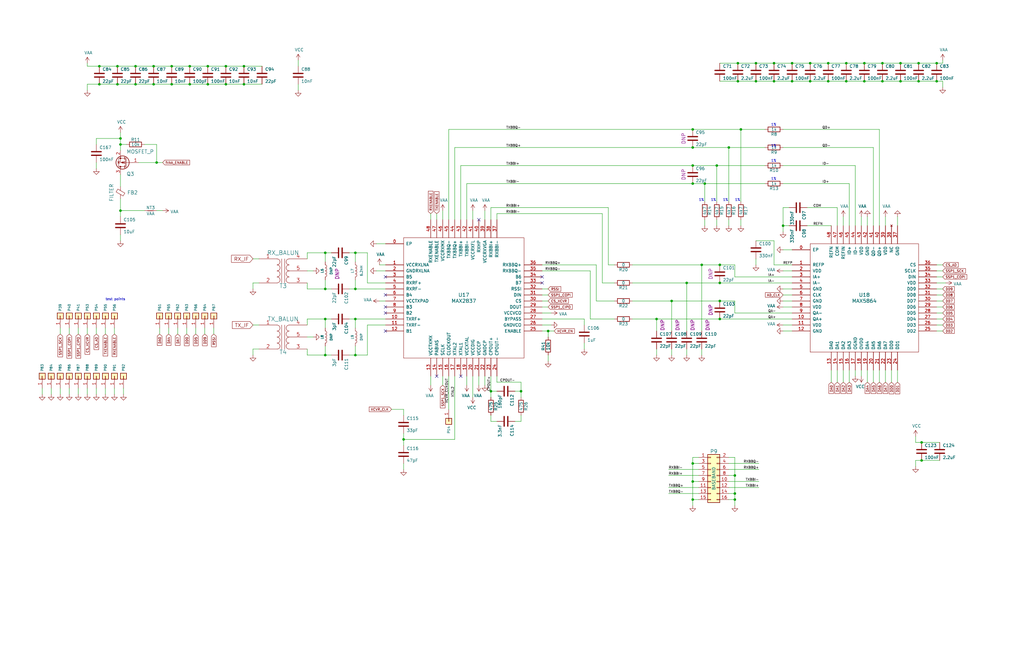
<source format=kicad_sch>
(kicad_sch (version 20211123) (generator eeschema)
  (paper "USLedger")
  (title_block (title "HackRF One") (date "2022-08-29") (rev "r9") (company "Copyright 2012-2022 Great Scott Gadgets") (comment 1 "Michael Ossmann") (comment 2 "Licensed under the CERN-OHL-P v2"))
  (junction (at 80.01 27.94))
  (junction (at 292.1 62.23))
  (junction (at 334.01 34.29))
  (junction (at 326.39 26.67))
  (junction (at 80.01 35.56))
  (junction (at 137.16 106.68))
  (junction (at 207.01 165.1))
  (junction (at 341.63 26.67))
  (junction (at 149.86 106.68))
  (junction (at 149.86 121.92))
  (junction (at 303.53 134.62))
  (junction (at 341.63 34.29))
  (junction (at 388.62 186.69))
  (junction (at 312.42 54.61))
  (junction (at 149.86 149.86))
  (junction (at 95.25 35.56))
  (junction (at 311.15 34.29))
  (junction (at 388.62 194.31))
  (junction (at 379.73 34.29))
  (junction (at 364.49 26.67))
  (junction (at 276.86 134.62))
  (junction (at 307.34 62.23))
  (junction (at 379.73 26.67))
  (junction (at 283.21 127))
  (junction (at 356.87 26.67))
  (junction (at 137.16 134.62))
  (junction (at 57.15 27.94))
  (junction (at 334.01 26.67))
  (junction (at 137.16 149.86))
  (junction (at 292.1 210.82))
  (junction (at 326.39 34.29))
  (junction (at 49.53 35.56))
  (junction (at 102.87 27.94))
  (junction (at 292.1 69.85))
  (junction (at 137.16 121.92))
  (junction (at 149.86 134.62))
  (junction (at 289.56 119.38))
  (junction (at 41.91 35.56))
  (junction (at 364.49 34.29))
  (junction (at 311.15 26.67))
  (junction (at 41.91 27.94))
  (junction (at 87.63 35.56))
  (junction (at 292.1 203.2))
  (junction (at 95.25 27.94))
  (junction (at 297.18 77.47))
  (junction (at 72.39 27.94))
  (junction (at 64.77 35.56))
  (junction (at 309.88 208.28))
  (junction (at 303.53 119.38))
  (junction (at 50.8 58.42))
  (junction (at 170.18 185.42))
  (junction (at 292.1 195.58))
  (junction (at 330.2 95.25))
  (junction (at 87.63 27.94))
  (junction (at 102.87 35.56))
  (junction (at 64.77 27.94))
  (junction (at 318.77 26.67))
  (junction (at 57.15 35.56))
  (junction (at 292.1 54.61))
  (junction (at 50.8 60.96))
  (junction (at 292.1 77.47))
  (junction (at 219.71 165.1))
  (junction (at 372.11 34.29))
  (junction (at 387.35 26.67))
  (junction (at 318.77 34.29))
  (junction (at 394.97 26.67))
  (junction (at 356.87 34.29))
  (junction (at 295.91 111.76))
  (junction (at 303.53 127))
  (junction (at 302.26 69.85))
  (junction (at 303.53 111.76))
  (junction (at 372.11 26.67))
  (junction (at 394.97 34.29))
  (junction (at 49.53 27.94))
  (junction (at 50.8 88.9))
  (junction (at 387.35 34.29))
  (junction (at 349.25 34.29))
  (junction (at 309.88 210.82))
  (junction (at 231.14 139.7))
  (junction (at 72.39 35.56))
  (junction (at 309.88 200.66))
  (junction (at 349.25 26.67))
  (junction (at 66.04 68.58))
  (no_connect (at 162.56 124.46))
  (no_connect (at 201.93 92.71))
  (no_connect (at 184.15 158.75))
  (no_connect (at 194.31 158.75))
  (no_connect (at 228.6 119.38))
  (no_connect (at 162.56 132.08))
  (no_connect (at 162.56 116.84))
  (no_connect (at 162.56 139.7))
  (no_connect (at 162.56 129.54))
  (no_connect (at 228.6 116.84))
  (wire (pts (xy 326.39 26.67) (xy 334.01 26.67)))
  (wire (pts (xy 302.26 69.85) (xy 302.26 85.09)))
  (wire (pts (xy 326.39 34.29) (xy 334.01 34.29)))
  (wire (pts (xy 318.77 111.76) (xy 318.77 109.22)))
  (wire (pts (xy 394.97 114.3) (xy 397.51 114.3)))
  (wire (pts (xy 21.59 163.83) (xy 21.59 166.37)))
  (wire (pts (xy 353.06 161.29) (xy 353.06 156.21)))
  (wire (pts (xy 254 119.38) (xy 259.08 119.38)))
  (wire (pts (xy 40.64 58.42) (xy 50.8 58.42)))
  (wire (pts (xy 72.39 35.56) (xy 80.01 35.56)))
  (wire (pts (xy 365.76 156.21) (xy 365.76 161.29)))
  (wire (pts (xy 294.64 193.04) (xy 292.1 193.04)))
  (wire (pts (xy 294.64 210.82) (xy 292.1 210.82)))
  (wire (pts (xy 50.8 60.96) (xy 53.34 60.96)))
  (wire (pts (xy 349.25 34.29) (xy 356.87 34.29)))
  (wire (pts (xy 326.39 111.76) (xy 326.39 101.6)))
  (wire (pts (xy 302.26 92.71) (xy 302.26 95.25)))
  (wire (pts (xy 326.39 101.6) (xy 318.77 101.6)))
  (wire (pts (xy 303.53 119.38) (xy 334.01 119.38)))
  (wire (pts (xy 394.97 134.62) (xy 397.51 134.62)))
  (wire (pts (xy 388.62 194.31) (xy 396.24 194.31)))
  (wire (pts (xy 330.2 105.41) (xy 334.01 105.41)))
  (wire (pts (xy 109.22 109.22) (xy 106.68 109.22)))
  (wire (pts (xy 52.07 163.83) (xy 52.07 166.37)))
  (wire (pts (xy 36.83 163.83) (xy 36.83 166.37)))
  (wire (pts (xy 266.7 119.38) (xy 289.56 119.38)))
  (wire (pts (xy 194.31 69.85) (xy 292.1 69.85)))
  (wire (pts (xy 40.64 71.12) (xy 40.64 68.58)))
  (wire (pts (xy 36.83 138.43) (xy 36.83 140.97)))
  (wire (pts (xy 312.42 54.61) (xy 312.42 85.09)))
  (wire (pts (xy 373.38 156.21) (xy 373.38 161.29)))
  (wire (pts (xy 302.26 69.85) (xy 322.58 69.85)))
  (wire (pts (xy 207.01 165.1) (xy 207.01 167.64)))
  (wire (pts (xy 41.91 27.94) (xy 49.53 27.94)))
  (wire (pts (xy 204.47 158.75) (xy 204.47 162.56)))
  (wire (pts (xy 292.1 210.82) (xy 292.1 213.36)))
  (wire (pts (xy 350.52 156.21) (xy 350.52 161.29)))
  (wire (pts (xy 289.56 119.38) (xy 289.56 139.7)))
  (wire (pts (xy 231.14 142.24) (xy 231.14 139.7)))
  (wire (pts (xy 74.93 138.43) (xy 74.93 140.97)))
  (wire (pts (xy 219.71 177.8) (xy 219.71 175.26)))
  (wire (pts (xy 147.32 106.68) (xy 149.86 106.68)))
  (wire (pts (xy 80.01 27.94) (xy 87.63 27.94)))
  (wire (pts (xy 281.94 208.28) (xy 294.64 208.28)))
  (wire (pts (xy 209.55 161.29) (xy 209.55 158.75)))
  (wire (pts (xy 394.97 116.84) (xy 397.51 116.84)))
  (wire (pts (xy 40.64 138.43) (xy 40.64 140.97)))
  (wire (pts (xy 297.18 77.47) (xy 322.58 77.47)))
  (wire (pts (xy 360.68 69.85) (xy 330.2 69.85)))
  (wire (pts (xy 379.73 34.29) (xy 387.35 34.29)))
  (wire (pts (xy 129.54 106.68) (xy 129.54 109.22)))
  (wire (pts (xy 129.54 149.86) (xy 137.16 149.86)))
  (wire (pts (xy 90.17 138.43) (xy 90.17 140.97)))
  (wire (pts (xy 318.77 34.29) (xy 326.39 34.29)))
  (wire (pts (xy 154.94 149.86) (xy 154.94 137.16)))
  (wire (pts (xy 330.2 129.54) (xy 334.01 129.54)))
  (wire (pts (xy 50.8 83.82) (xy 50.8 88.9)))
  (wire (pts (xy 60.96 88.9) (xy 50.8 88.9)))
  (wire (pts (xy 95.25 35.56) (xy 102.87 35.56)))
  (wire (pts (xy 292.1 195.58) (xy 292.1 203.2)))
  (wire (pts (xy 320.04 198.12) (xy 307.34 198.12)))
  (wire (pts (xy 266.7 127) (xy 283.21 127)))
  (wire (pts (xy 29.21 163.83) (xy 29.21 166.37)))
  (wire (pts (xy 40.64 163.83) (xy 40.64 166.37)))
  (wire (pts (xy 147.32 149.86) (xy 149.86 149.86)))
  (wire (pts (xy 207.01 158.75) (xy 207.01 165.1)))
  (wire (pts (xy 58.42 68.58) (xy 66.04 68.58)))
  (wire (pts (xy 370.84 95.25) (xy 370.84 54.61)))
  (wire (pts (xy 320.04 205.74) (xy 307.34 205.74)))
  (wire (pts (xy 50.8 60.96) (xy 50.8 63.5)))
  (wire (pts (xy 386.08 196.85) (xy 386.08 194.31)))
  (wire (pts (xy 360.68 95.25) (xy 360.68 69.85)))
  (wire (pts (xy 49.53 27.94) (xy 57.15 27.94)))
  (wire (pts (xy 246.38 134.62) (xy 246.38 137.16)))
  (wire (pts (xy 387.35 34.29) (xy 394.97 34.29)))
  (wire (pts (xy 379.73 26.67) (xy 387.35 26.67)))
  (wire (pts (xy 334.01 111.76) (xy 326.39 111.76)))
  (wire (pts (xy 33.02 163.83) (xy 33.02 166.37)))
  (wire (pts (xy 137.16 134.62) (xy 137.16 138.43)))
  (wire (pts (xy 209.55 90.17) (xy 254 90.17)))
  (wire (pts (xy 289.56 119.38) (xy 303.53 119.38)))
  (wire (pts (xy 199.39 158.75) (xy 199.39 167.64)))
  (wire (pts (xy 248.92 114.3) (xy 248.92 134.62)))
  (wire (pts (xy 87.63 35.56) (xy 95.25 35.56)))
  (wire (pts (xy 137.16 106.68) (xy 139.7 106.68)))
  (wire (pts (xy 129.54 121.92) (xy 137.16 121.92)))
  (wire (pts (xy 276.86 147.32) (xy 276.86 149.86)))
  (wire (pts (xy 194.31 92.71) (xy 194.31 69.85)))
  (wire (pts (xy 207.01 175.26) (xy 207.01 177.8)))
  (wire (pts (xy 256.54 111.76) (xy 259.08 111.76)))
  (wire (pts (xy 311.15 26.67) (xy 318.77 26.67)))
  (wire (pts (xy 303.53 127) (xy 309.88 127)))
  (wire (pts (xy 36.83 35.56) (xy 36.83 38.1)))
  (wire (pts (xy 209.55 90.17) (xy 209.55 92.71)))
  (wire (pts (xy 33.02 138.43) (xy 33.02 140.97)))
  (wire (pts (xy 309.88 111.76) (xy 309.88 116.84)))
  (wire (pts (xy 320.04 203.2) (xy 307.34 203.2)))
  (wire (pts (xy 320.04 195.58) (xy 307.34 195.58)))
  (wire (pts (xy 129.54 106.68) (xy 137.16 106.68)))
  (wire (pts (xy 207.01 87.63) (xy 207.01 92.71)))
  (wire (pts (xy 283.21 127) (xy 303.53 127)))
  (wire (pts (xy 364.49 34.29) (xy 372.11 34.29)))
  (wire (pts (xy 294.64 195.58) (xy 292.1 195.58)))
  (wire (pts (xy 191.77 62.23) (xy 292.1 62.23)))
  (wire (pts (xy 231.14 139.7) (xy 233.68 139.7)))
  (wire (pts (xy 228.6 124.46) (xy 231.14 124.46)))
  (wire (pts (xy 228.6 129.54) (xy 231.14 129.54)))
  (wire (pts (xy 303.53 134.62) (xy 334.01 134.62)))
  (wire (pts (xy 170.18 175.26) (xy 170.18 172.72)))
  (wire (pts (xy 125.73 25.4) (xy 125.73 27.94)))
  (wire (pts (xy 137.16 146.05) (xy 137.16 149.86)))
  (wire (pts (xy 72.39 27.94) (xy 80.01 27.94)))
  (wire (pts (xy 330.2 124.46) (xy 334.01 124.46)))
  (wire (pts (xy 295.91 147.32) (xy 295.91 149.86)))
  (wire (pts (xy 363.22 158.75) (xy 363.22 156.21)))
  (wire (pts (xy 149.86 138.43) (xy 149.86 134.62)))
  (wire (pts (xy 394.97 129.54) (xy 397.51 129.54)))
  (wire (pts (xy 129.54 137.16) (xy 129.54 134.62)))
  (wire (pts (xy 149.86 121.92) (xy 162.56 121.92)))
  (wire (pts (xy 132.08 114.3) (xy 129.54 114.3)))
  (wire (pts (xy 44.45 138.43) (xy 44.45 140.97)))
  (wire (pts (xy 309.88 127) (xy 309.88 132.08)))
  (wire (pts (xy 281.94 200.66) (xy 294.64 200.66)))
  (wire (pts (xy 36.83 27.94) (xy 41.91 27.94)))
  (wire (pts (xy 297.18 95.25) (xy 297.18 92.71)))
  (wire (pts (xy 373.38 91.44) (xy 373.38 95.25)))
  (wire (pts (xy 50.8 73.66) (xy 50.8 78.74)))
  (wire (pts (xy 368.3 62.23) (xy 330.2 62.23)))
  (wire (pts (xy 231.14 152.4) (xy 231.14 149.86)))
  (wire (pts (xy 154.94 106.68) (xy 154.94 119.38)))
  (wire (pts (xy 181.61 162.56) (xy 181.61 158.75)))
  (wire (pts (xy 50.8 101.6) (xy 50.8 99.06)))
  (wire (pts (xy 228.6 114.3) (xy 248.92 114.3)))
  (wire (pts (xy 199.39 88.9) (xy 199.39 92.71)))
  (wire (pts (xy 356.87 26.67) (xy 364.49 26.67)))
  (wire (pts (xy 170.18 198.12) (xy 170.18 195.58)))
  (wire (pts (xy 137.16 149.86) (xy 139.7 149.86)))
  (wire (pts (xy 186.69 158.75) (xy 186.69 162.56)))
  (wire (pts (xy 386.08 194.31) (xy 388.62 194.31)))
  (wire (pts (xy 349.25 26.67) (xy 356.87 26.67)))
  (wire (pts (xy 394.97 139.7) (xy 397.51 139.7)))
  (wire (pts (xy 355.6 91.44) (xy 355.6 95.25)))
  (wire (pts (xy 232.41 132.08) (xy 228.6 132.08)))
  (wire (pts (xy 330.2 95.25) (xy 330.2 97.79)))
  (wire (pts (xy 283.21 139.7) (xy 283.21 127)))
  (wire (pts (xy 219.71 161.29) (xy 209.55 161.29)))
  (wire (pts (xy 149.86 146.05) (xy 149.86 149.86)))
  (wire (pts (xy 387.35 26.67) (xy 394.97 26.67)))
  (wire (pts (xy 309.88 132.08) (xy 334.01 132.08)))
  (wire (pts (xy 251.46 111.76) (xy 251.46 127)))
  (wire (pts (xy 289.56 147.32) (xy 289.56 149.86)))
  (wire (pts (xy 246.38 147.32) (xy 246.38 144.78)))
  (wire (pts (xy 201.93 158.75) (xy 201.93 162.56)))
  (wire (pts (xy 102.87 27.94) (xy 110.49 27.94)))
  (wire (pts (xy 394.97 137.16) (xy 397.51 137.16)))
  (wire (pts (xy 307.34 92.71) (xy 307.34 95.25)))
  (wire (pts (xy 295.91 111.76) (xy 303.53 111.76)))
  (wire (pts (xy 48.26 140.97) (xy 48.26 138.43)))
  (wire (pts (xy 191.77 158.75) (xy 191.77 185.42)))
  (wire (pts (xy 106.68 137.16) (xy 109.22 137.16)))
  (wire (pts (xy 303.53 26.67) (xy 311.15 26.67)))
  (wire (pts (xy 356.87 34.29) (xy 364.49 34.29)))
  (wire (pts (xy 307.34 208.28) (xy 309.88 208.28)))
  (wire (pts (xy 50.8 88.9) (xy 50.8 91.44)))
  (wire (pts (xy 368.3 156.21) (xy 368.3 161.29)))
  (wire (pts (xy 160.02 127) (xy 162.56 127)))
  (wire (pts (xy 219.71 165.1) (xy 217.17 165.1)))
  (wire (pts (xy 196.85 77.47) (xy 292.1 77.47)))
  (wire (pts (xy 341.63 34.29) (xy 349.25 34.29)))
  (wire (pts (xy 309.88 208.28) (xy 309.88 210.82)))
  (wire (pts (xy 129.54 147.32) (xy 129.54 149.86)))
  (wire (pts (xy 330.2 87.63) (xy 330.2 95.25)))
  (wire (pts (xy 125.73 35.56) (xy 125.73 38.1)))
  (wire (pts (xy 149.86 106.68) (xy 149.86 110.49)))
  (wire (pts (xy 196.85 92.71) (xy 196.85 77.47)))
  (wire (pts (xy 292.1 193.04) (xy 292.1 195.58)))
  (wire (pts (xy 181.61 90.17) (xy 181.61 92.71)))
  (wire (pts (xy 102.87 35.56) (xy 110.49 35.56)))
  (wire (pts (xy 283.21 147.32) (xy 283.21 149.86)))
  (wire (pts (xy 170.18 182.88) (xy 170.18 185.42)))
  (wire (pts (xy 189.23 172.72) (xy 189.23 158.75)))
  (wire (pts (xy 71.12 140.97) (xy 71.12 138.43)))
  (wire (pts (xy 266.7 134.62) (xy 276.86 134.62)))
  (wire (pts (xy 394.97 132.08) (xy 397.51 132.08)))
  (wire (pts (xy 394.97 124.46) (xy 397.51 124.46)))
  (wire (pts (xy 254 90.17) (xy 254 119.38)))
  (wire (pts (xy 137.16 118.11) (xy 137.16 121.92)))
  (wire (pts (xy 378.46 156.21) (xy 378.46 161.29)))
  (wire (pts (xy 358.14 77.47) (xy 358.14 95.25)))
  (wire (pts (xy 95.25 27.94) (xy 102.87 27.94)))
  (wire (pts (xy 160.02 111.76) (xy 162.56 111.76)))
  (wire (pts (xy 353.06 87.63) (xy 340.36 87.63)))
  (wire (pts (xy 294.64 203.2) (xy 292.1 203.2)))
  (wire (pts (xy 191.77 92.71) (xy 191.77 62.23)))
  (wire (pts (xy 41.91 35.56) (xy 49.53 35.56)))
  (wire (pts (xy 378.46 91.44) (xy 378.46 95.25)))
  (wire (pts (xy 358.14 161.29) (xy 358.14 156.21)))
  (wire (pts (xy 309.88 200.66) (xy 309.88 208.28)))
  (wire (pts (xy 137.16 110.49) (xy 137.16 106.68)))
  (wire (pts (xy 209.55 165.1) (xy 207.01 165.1)))
  (wire (pts (xy 330.2 121.92) (xy 334.01 121.92)))
  (wire (pts (xy 158.75 102.87) (xy 162.56 102.87)))
  (wire (pts (xy 394.97 26.67) (xy 397.51 26.67)))
  (wire (pts (xy 149.86 149.86) (xy 154.94 149.86)))
  (wire (pts (xy 189.23 54.61) (xy 292.1 54.61)))
  (wire (pts (xy 217.17 177.8) (xy 219.71 177.8)))
  (wire (pts (xy 388.62 186.69) (xy 396.24 186.69)))
  (wire (pts (xy 370.84 156.21) (xy 370.84 161.29)))
  (wire (pts (xy 332.74 87.63) (xy 330.2 87.63)))
  (wire (pts (xy 132.08 142.24) (xy 129.54 142.24)))
  (wire (pts (xy 154.94 137.16) (xy 162.56 137.16)))
  (wire (pts (xy 50.8 55.88) (xy 50.8 58.42)))
  (wire (pts (xy 147.32 121.92) (xy 149.86 121.92)))
  (wire (pts (xy 228.6 139.7) (xy 231.14 139.7)))
  (wire (pts (xy 303.53 111.76) (xy 309.88 111.76)))
  (wire (pts (xy 109.22 147.32) (xy 106.68 147.32)))
  (wire (pts (xy 170.18 172.72) (xy 165.1 172.72)))
  (wire (pts (xy 397.51 34.29) (xy 397.51 36.83)))
  (wire (pts (xy 330.2 137.16) (xy 334.01 137.16)))
  (wire (pts (xy 307.34 62.23) (xy 322.58 62.23)))
  (wire (pts (xy 149.86 134.62) (xy 162.56 134.62)))
  (wire (pts (xy 66.04 60.96) (xy 66.04 68.58)))
  (wire (pts (xy 311.15 34.29) (xy 318.77 34.29)))
  (wire (pts (xy 309.88 116.84) (xy 334.01 116.84)))
  (wire (pts (xy 386.08 186.69) (xy 388.62 186.69)))
  (wire (pts (xy 248.92 134.62) (xy 259.08 134.62)))
  (wire (pts (xy 370.84 54.61) (xy 330.2 54.61)))
  (wire (pts (xy 17.78 163.83) (xy 17.78 166.37)))
  (wire (pts (xy 341.63 26.67) (xy 349.25 26.67)))
  (wire (pts (xy 154.94 119.38) (xy 162.56 119.38)))
  (wire (pts (xy 256.54 87.63) (xy 256.54 111.76)))
  (wire (pts (xy 397.51 26.67) (xy 397.51 25.4)))
  (wire (pts (xy 309.88 210.82) (xy 309.88 213.36)))
  (wire (pts (xy 186.69 88.9) (xy 186.69 92.71)))
  (wire (pts (xy 149.86 118.11) (xy 149.86 121.92)))
  (wire (pts (xy 358.14 77.47) (xy 330.2 77.47)))
  (wire (pts (xy 281.94 205.74) (xy 294.64 205.74)))
  (wire (pts (xy 86.36 140.97) (xy 86.36 138.43)))
  (wire (pts (xy 276.86 134.62) (xy 276.86 139.7)))
  (wire (pts (xy 147.32 134.62) (xy 149.86 134.62)))
  (wire (pts (xy 292.1 77.47) (xy 297.18 77.47)))
  (wire (pts (xy 292.1 54.61) (xy 312.42 54.61)))
  (wire (pts (xy 334.01 26.67) (xy 341.63 26.67)))
  (wire (pts (xy 340.36 95.25) (xy 350.52 95.25)))
  (wire (pts (xy 332.74 95.25) (xy 330.2 95.25)))
  (wire (pts (xy 44.45 163.83) (xy 44.45 166.37)))
  (wire (pts (xy 292.1 62.23) (xy 307.34 62.23)))
  (wire (pts (xy 87.63 27.94) (xy 95.25 27.94)))
  (wire (pts (xy 303.53 34.29) (xy 311.15 34.29)))
  (wire (pts (xy 394.97 127) (xy 397.51 127)))
  (wire (pts (xy 82.55 140.97) (xy 82.55 138.43)))
  (wire (pts (xy 372.11 34.29) (xy 379.73 34.29)))
  (wire (pts (xy 228.6 111.76) (xy 251.46 111.76)))
  (wire (pts (xy 207.01 177.8) (xy 209.55 177.8)))
  (wire (pts (xy 360.68 158.75) (xy 360.68 156.21)))
  (wire (pts (xy 276.86 134.62) (xy 303.53 134.62)))
  (wire (pts (xy 219.71 161.29) (xy 219.71 165.1)))
  (wire (pts (xy 251.46 127) (xy 259.08 127)))
  (wire (pts (xy 228.6 134.62) (xy 246.38 134.62)))
  (wire (pts (xy 297.18 77.47) (xy 297.18 85.09)))
  (wire (pts (xy 330.2 114.3) (xy 334.01 114.3)))
  (wire (pts (xy 184.15 92.71) (xy 184.15 90.17)))
  (wire (pts (xy 66.04 68.58) (xy 68.58 68.58)))
  (wire (pts (xy 330.2 127) (xy 334.01 127)))
  (wire (pts (xy 363.22 91.44) (xy 363.22 95.25)))
  (wire (pts (xy 80.01 35.56) (xy 87.63 35.56)))
  (wire (pts (xy 204.47 88.9) (xy 204.47 92.71)))
  (wire (pts (xy 330.2 139.7) (xy 334.01 139.7)))
  (wire (pts (xy 375.92 156.21) (xy 375.92 161.29)))
  (wire (pts (xy 129.54 134.62) (xy 137.16 134.62)))
  (wire (pts (xy 48.26 163.83) (xy 48.26 166.37)))
  (wire (pts (xy 364.49 26.67) (xy 372.11 26.67)))
  (wire (pts (xy 106.68 121.92) (xy 106.68 119.38)))
  (wire (pts (xy 66.04 88.9) (xy 68.58 88.9)))
  (wire (pts (xy 158.75 114.3) (xy 162.56 114.3)))
  (wire (pts (xy 398.78 119.38) (xy 394.97 119.38)))
  (wire (pts (xy 57.15 27.94) (xy 64.77 27.94)))
  (wire (pts (xy 67.31 138.43) (xy 67.31 140.97)))
  (wire (pts (xy 394.97 121.92) (xy 397.51 121.92)))
  (wire (pts (xy 372.11 26.67) (xy 379.73 26.67)))
  (wire (pts (xy 355.6 156.21) (xy 355.6 161.29)))
  (wire (pts (xy 196.85 158.75) (xy 196.85 162.56)))
  (wire (pts (xy 149.86 106.68) (xy 154.94 106.68)))
  (wire (pts (xy 129.54 119.38) (xy 129.54 121.92)))
  (wire (pts (xy 78.74 138.43) (xy 78.74 140.97)))
  (wire (pts (xy 29.21 138.43) (xy 29.21 140.97)))
  (wire (pts (xy 137.16 134.62) (xy 139.7 134.62)))
  (wire (pts (xy 64.77 27.94) (xy 72.39 27.94)))
  (wire (pts (xy 365.76 91.44) (xy 365.76 95.25)))
  (wire (pts (xy 170.18 185.42) (xy 170.18 187.96)))
  (wire (pts (xy 57.15 35.56) (xy 64.77 35.56)))
  (wire (pts (xy 307.34 193.04) (xy 309.88 193.04)))
  (wire (pts (xy 25.4 163.83) (xy 25.4 166.37)))
  (wire (pts (xy 368.3 62.23) (xy 368.3 95.25)))
  (wire (pts (xy 64.77 35.56) (xy 72.39 35.56)))
  (wire (pts (xy 191.77 185.42) (xy 170.18 185.42)))
  (wire (pts (xy 25.4 138.43) (xy 25.4 140.97)))
  (wire (pts (xy 40.64 60.96) (xy 40.64 58.42)))
  (wire (pts (xy 266.7 111.76) (xy 295.91 111.76)))
  (wire (pts (xy 49.53 35.56) (xy 57.15 35.56)))
  (wire (pts (xy 106.68 119.38) (xy 109.22 119.38)))
  (wire (pts (xy 394.97 34.29) (xy 397.51 34.29)))
  (wire (pts (xy 318.77 26.67) (xy 326.39 26.67)))
  (wire (pts (xy 386.08 184.15) (xy 386.08 186.69)))
  (wire (pts (xy 50.8 58.42) (xy 50.8 60.96)))
  (wire (pts (xy 228.6 121.92) (xy 231.14 121.92)))
  (wire (pts (xy 281.94 198.12) (xy 294.64 198.12)))
  (wire (pts (xy 312.42 54.61) (xy 322.58 54.61)))
  (wire (pts (xy 307.34 210.82) (xy 309.88 210.82)))
  (wire (pts (xy 307.34 62.23) (xy 307.34 85.09)))
  (wire (pts (xy 334.01 34.29) (xy 341.63 34.29)))
  (wire (pts (xy 394.97 111.76) (xy 397.51 111.76)))
  (wire (pts (xy 189.23 54.61) (xy 189.23 92.71)))
  (wire (pts (xy 36.83 27.94) (xy 36.83 26.67)))
  (wire (pts (xy 292.1 203.2) (xy 292.1 210.82)))
  (wire (pts (xy 295.91 139.7) (xy 295.91 111.76)))
  (wire (pts (xy 228.6 127) (xy 231.14 127)))
  (wire (pts (xy 36.83 35.56) (xy 41.91 35.56)))
  (wire (pts (xy 219.71 165.1) (xy 219.71 167.64)))
  (wire (pts (xy 137.16 121.92) (xy 139.7 121.92)))
  (wire (pts (xy 207.01 87.63) (xy 256.54 87.63)))
  (wire (pts (xy 292.1 69.85) (xy 302.26 69.85)))
  (wire (pts (xy 60.96 60.96) (xy 66.04 60.96)))
  (wire (pts (xy 307.34 200.66) (xy 309.88 200.66)))
  (wire (pts (xy 309.88 193.04) (xy 309.88 200.66)))
  (wire (pts (xy 232.41 137.16) (xy 228.6 137.16)))
  (wire (pts (xy 312.42 92.71) (xy 312.42 95.25)))
  (wire (pts (xy 106.68 147.32) (xy 106.68 149.86)))
  (wire (pts (xy 353.06 95.25) (xy 353.06 87.63)))
  (text "1%" (at 299.72 85.09 0) (effects (font (size 1.016 1.016)) (justify left bottom)))
  (text "1%" (at 325.12 62.23 0) (effects (font (size 1.016 1.016)) (justify left bottom)))
  (text "1%" (at 325.12 76.2 0) (effects (font (size 1.016 1.016)) (justify left bottom)))
  (text "1%" (at 294.64 85.09 0) (effects (font (size 1.016 1.016)) (justify left bottom)))
  (text "1%" (at 325.12 53.34 0) (effects (font (size 1.016 1.016)) (justify left bottom)))
  (text "1%" (at 309.88 85.09 0) (effects (font (size 1.016 1.016)) (justify left bottom)))
  (text "1%" (at 304.8 85.09 0) (effects (font (size 1.016 1.016)) (justify left bottom)))
  (text "test points" (at 44.45 127 0) (effects (font (size 1.016 1.016)) (justify left bottom)))
  (text "1%" (at 325.12 68.58 0) (effects (font (size 1.016 1.016)) (justify left bottom)))
  (label "QD-" (at 346.71 62.23 0) (effects (font (size 1.016 1.016))))
  (label "CPOUT-" (at 210.82 161.29 0) (effects (font (size 1.016 1.016))))
  (label "TXBBQ-" (at 281.94 208.28 0) (effects (font (size 1.016 1.016))))
  (label "QD+" (at 346.71 54.61 0) (effects (font (size 1.016 1.016))))
  (label "TXBBQ+" (at 281.94 205.74 0) (effects (font (size 1.016 1.016))))
  (label "TXBBI+" (at 320.04 205.74 180) (effects (font (size 1.016 1.016))))
  (label "COM" (at 342.9 87.63 0) (effects (font (size 1.016 1.016))))
  (label "RXBBQ-" (at 229.87 114.3 0) (effects (font (size 1.016 1.016))))
  (label "XTAL2" (at 191.77 167.64 90) (effects (font (size 1.016 1.016))))
  (label "TXBBQ+" (at 213.36 62.23 0) (effects (font (size 1.016 1.016))))
  (label "ID-" (at 346.71 69.85 0) (effects (font (size 1.016 1.016))))
  (label "TXBBI-" (at 320.04 203.2 180) (effects (font (size 1.016 1.016))))
  (label "CPOUT+" (at 207.01 165.1 90) (effects (font (size 1.016 1.016))))
  (label "TXBBI-" (at 213.36 77.47 0) (effects (font (size 1.016 1.016))))
  (label "REFN" (at 342.9 95.25 0) (effects (font (size 1.016 1.016))))
  (label "IA-" (at 323.85 119.38 0) (effects (font (size 1.016 1.016))))
  (label "RXBBI+" (at 281.94 200.66 0) (effects (font (size 1.016 1.016))))
  (label "RXBBQ+" (at 229.87 111.76 0) (effects (font (size 1.016 1.016))))
  (label "QA+" (at 323.85 134.62 0) (effects (font (size 1.016 1.016))))
  (label "RXBBI-" (at 281.94 198.12 0) (effects (font (size 1.016 1.016))))
  (label "REFP" (at 330.2 111.76 0) (effects (font (size 1.016 1.016))))
  (label "ID+" (at 346.71 77.47 0) (effects (font (size 1.016 1.016))))
  (label "XCVR_CLKOUT" (at 189.23 170.18 90) (effects (font (size 1.016 1.016))))
  (label "IA+" (at 323.85 116.84 0) (effects (font (size 1.016 1.016))))
  (label "RXBBI+" (at 213.36 87.63 0) (effects (font (size 1.016 1.016))))
  (label "RXBBQ-" (at 320.04 195.58 180) (effects (font (size 1.016 1.016))))
  (label "TXBBI+" (at 213.36 69.85 0) (effects (font (size 1.016 1.016))))
  (label "RXBBQ+" (at 320.04 198.12 180) (effects (font (size 1.016 1.016))))
  (label "QA-" (at 323.85 132.08 0) (effects (font (size 1.016 1.016))))
  (label "RXBBI-" (at 213.36 90.17 0) (effects (font (size 1.016 1.016))))
  (label "TXBBQ-" (at 213.36 54.61 0) (effects (font (size 1.016 1.016))))
  (global_label "RX_IF" (shape input) (at 106.68 109.22 180) (effects (font (size 1.524 1.524))) (property "Intersheet References" "${INTERSHEET_REFS}" (effects hide)))
  (global_label "SSP1_SCK" (shape input) (at 186.69 162.56 270) (effects (font (size 1.016 1.016))) (property "Intersheet References" "${INTERSHEET_REFS}" (effects hide)))
  (global_label "RXENABLE" (shape input) (at 181.61 90.17 90) (effects (font (size 1.016 1.016))) (property "Intersheet References" "${INTERSHEET_REFS}" (effects hide)))
  (global_label "XCVR_CLK" (shape input) (at 165.1 172.72 180) (effects (font (size 1.016 1.016))) (property "Intersheet References" "${INTERSHEET_REFS}" (effects hide)))
  (global_label "DA4" (shape input) (at 365.76 161.29 270) (effects (font (size 1.016 1.016))) (property "Intersheet References" "${INTERSHEET_REFS}" (effects hide)))
  (global_label "RSSI" (shape input) (at 231.14 121.92 0) (effects (font (size 1.016 1.016))) (property "Intersheet References" "${INTERSHEET_REFS}" (effects hide)))
  (global_label "CS_XCVR" (shape input) (at 36.83 140.97 270) (effects (font (size 1.016 1.016))) (property "Intersheet References" "${INTERSHEET_REFS}" (effects hide)))
  (global_label "DD3" (shape input) (at 397.51 137.16 0) (effects (font (size 1.016 1.016))) (property "Intersheet References" "${INTERSHEET_REFS}" (effects hide)))
  (global_label "DA6" (shape input) (at 370.84 161.29 270) (effects (font (size 1.016 1.016))) (property "Intersheet References" "${INTERSHEET_REFS}" (effects hide)))
  (global_label "TXENABLE" (shape input) (at 44.45 140.97 270) (effects (font (size 1.016 1.016))) (property "Intersheet References" "${INTERSHEET_REFS}" (effects hide)))
  (global_label "DD5" (shape input) (at 397.51 132.08 0) (effects (font (size 1.016 1.016))) (property "Intersheet References" "${INTERSHEET_REFS}" (effects hide)))
  (global_label "XCVR_EN" (shape input) (at 233.68 139.7 0) (effects (font (size 1.016 1.016))) (property "Intersheet References" "${INTERSHEET_REFS}" (effects hide)))
  (global_label "DD8" (shape input) (at 397.51 124.46 0) (effects (font (size 1.016 1.016))) (property "Intersheet References" "${INTERSHEET_REFS}" (effects hide)))
  (global_label "SSP1_COPI" (shape input) (at 397.51 116.84 0) (effects (font (size 1.016 1.016))) (property "Intersheet References" "${INTERSHEET_REFS}" (effects hide)))
  (global_label "DD5" (shape input) (at 82.55 140.97 270) (effects (font (size 1.016 1.016))) (property "Intersheet References" "${INTERSHEET_REFS}" (effects hide)))
  (global_label "DD1" (shape input) (at 378.46 161.29 270) (effects (font (size 1.016 1.016))) (property "Intersheet References" "${INTERSHEET_REFS}" (effects hide)))
  (global_label "DA2" (shape input) (at 355.6 161.29 270) (effects (font (size 1.016 1.016))) (property "Intersheet References" "${INTERSHEET_REFS}" (effects hide)))
  (global_label "DD7" (shape input) (at 397.51 127 0) (effects (font (size 1.016 1.016))) (property "Intersheet References" "${INTERSHEET_REFS}" (effects hide)))
  (global_label "SSP1_SCK" (shape input) (at 397.51 114.3 0) (effects (font (size 1.016 1.016))) (property "Intersheet References" "${INTERSHEET_REFS}" (effects hide)))
  (global_label "DD9" (shape input) (at 86.36 140.97 270) (effects (font (size 1.016 1.016))) (property "Intersheet References" "${INTERSHEET_REFS}" (effects hide)))
  (global_label "DA0" (shape input) (at 67.31 140.97 270) (effects (font (size 1.016 1.016))) (property "Intersheet References" "${INTERSHEET_REFS}" (effects hide)))
  (global_label "SSP1_COPI" (shape input) (at 29.21 140.97 270) (effects (font (size 1.016 1.016))) (property "Intersheet References" "${INTERSHEET_REFS}" (effects hide)))
  (global_label "AD_CLK" (shape input) (at 330.2 124.46 180) (effects (font (size 1.016 1.016))) (property "Intersheet References" "${INTERSHEET_REFS}" (effects hide)))
  (global_label "DA5" (shape input) (at 368.3 161.29 270) (effects (font (size 1.016 1.016))) (property "Intersheet References" "${INTERSHEET_REFS}" (effects hide)))
  (global_label "RSSI" (shape input) (at 90.17 140.97 270) (effects (font (size 1.016 1.016))) (property "Intersheet References" "${INTERSHEET_REFS}" (effects hide)))
  (global_label "TX_IF" (shape input) (at 106.68 137.16 180) (effects (font (size 1.524 1.524))) (property "Intersheet References" "${INTERSHEET_REFS}" (effects hide)))
  (global_label "DD9" (shape input) (at 397.51 121.92 0) (effects (font (size 1.016 1.016))) (property "Intersheet References" "${INTERSHEET_REFS}" (effects hide)))
  (global_label "!VAA_ENABLE" (shape input) (at 68.58 68.58 0) (effects (font (size 1.016 1.016))) (property "Intersheet References" "${INTERSHEET_REFS}" (effects hide)))
  (global_label "RXENABLE" (shape input) (at 48.26 140.97 270) (effects (font (size 1.016 1.016))) (property "Intersheet References" "${INTERSHEET_REFS}" (effects hide)))
  (global_label "SSP1_CIPO" (shape input) (at 231.14 129.54 0) (effects (font (size 1.016 1.016))) (property "Intersheet References" "${INTERSHEET_REFS}" (effects hide)))
  (global_label "SSP1_CIPO" (shape input) (at 33.02 140.97 270) (effects (font (size 1.016 1.016))) (property "Intersheet References" "${INTERSHEET_REFS}" (effects hide)))
  (global_label "DD6" (shape input) (at 397.51 129.54 0) (effects (font (size 1.016 1.016))) (property "Intersheet References" "${INTERSHEET_REFS}" (effects hide)))
  (global_label "DD4" (shape input) (at 397.51 134.62 0) (effects (font (size 1.016 1.016))) (property "Intersheet References" "${INTERSHEET_REFS}" (effects hide)))
  (global_label "CS_XCVR" (shape input) (at 231.14 127 0) (effects (font (size 1.016 1.016))) (property "Intersheet References" "${INTERSHEET_REFS}" (effects hide)))
  (global_label "SSP1_COPI" (shape input) (at 231.14 124.46 0) (effects (font (size 1.016 1.016))) (property "Intersheet References" "${INTERSHEET_REFS}" (effects hide)))
  (global_label "DA4" (shape input) (at 71.12 140.97 270) (effects (font (size 1.016 1.016))) (property "Intersheet References" "${INTERSHEET_REFS}" (effects hide)))
  (global_label "DA7" (shape input) (at 74.93 140.97 270) (effects (font (size 1.016 1.016))) (property "Intersheet References" "${INTERSHEET_REFS}" (effects hide)))
  (global_label "DD2" (shape input) (at 397.51 139.7 0) (effects (font (size 1.016 1.016))) (property "Intersheet References" "${INTERSHEET_REFS}" (effects hide)))
  (global_label "TXENABLE" (shape input) (at 184.15 90.17 90) (effects (font (size 1.016 1.016))) (property "Intersheet References" "${INTERSHEET_REFS}" (effects hide)))
  (global_label "DD0" (shape input) (at 78.74 140.97 270) (effects (font (size 1.016 1.016))) (property "Intersheet References" "${INTERSHEET_REFS}" (effects hide)))
  (global_label "DA1" (shape input) (at 353.06 161.29 270) (effects (font (size 1.016 1.016))) (property "Intersheet References" "${INTERSHEET_REFS}" (effects hide)))
  (global_label "DA3" (shape input) (at 358.14 161.29 270) (effects (font (size 1.016 1.016))) (property "Intersheet References" "${INTERSHEET_REFS}" (effects hide)))
  (global_label "DA0" (shape input) (at 350.52 161.29 270) (effects (font (size 1.016 1.016))) (property "Intersheet References" "${INTERSHEET_REFS}" (effects hide)))
  (global_label "DA7" (shape input) (at 373.38 161.29 270) (effects (font (size 1.016 1.016))) (property "Intersheet References" "${INTERSHEET_REFS}" (effects hide)))
  (global_label "SSP1_SCK" (shape input) (at 25.4 140.97 270) (effects (font (size 1.016 1.016))) (property "Intersheet References" "${INTERSHEET_REFS}" (effects hide)))
  (global_label "CS_AD" (shape input) (at 40.64 140.97 270) (effects (font (size 1.016 1.016))) (property "Intersheet References" "${INTERSHEET_REFS}" (effects hide)))
  (global_label "CS_AD" (shape input) (at 397.51 111.76 0) (effects (font (size 1.016 1.016))) (property "Intersheet References" "${INTERSHEET_REFS}" (effects hide)))
  (global_label "DD0" (shape input) (at 375.92 161.29 270) (effects (font (size 1.016 1.016))) (property "Intersheet References" "${INTERSHEET_REFS}" (effects hide)))
  (symbol (lib_id "hackrf:MAX2837") (at 195.58 125.73 0) (unit 1)
    (property "Reference" "U17" (at 195.58 124.46 0) (effects (font (size 1.524 1.524))))
    (property "Value" "MAX2837" (at 195.58 127 0) (effects (font (size 1.524 1.524))))
    (property "Footprint" "hackrf:GSG-QFN48-6" (effects hide))
    (property "Manufacturer" "Maxim" (effects hide))
    (property "Part Number" "MAX2837ETM+" (effects hide))
    (property "Description" "IC TXRX 2.3GHZ-2.7GHZ 48TQFN" (effects hide))
  )
  (symbol (lib_id "hackrf:MAX5864") (at 364.49 125.73 0) (unit 1)
    (property "Reference" "U18" (at 364.49 124.46 0) (effects (font (size 1.524 1.524))))
    (property "Value" "MAX5864" (at 364.49 127 0) (effects (font (size 1.524 1.524))))
    (property "Footprint" "hackrf:GSG-QFN48-7" (effects hide))
    (property "Manufacturer" "Maxim" (effects hide))
    (property "Part Number" "MAX5864ETM+" (effects hide))
    (property "Description" "IC ANLG FRONT END 22MSPS 48-TQFN" (effects hide))
  )
  (symbol (lib_id "power:GND") (at 158.75 102.87 270) (unit 1)
    (property "Reference" "#PWR0161" (effects hide))
    (property "Value" "GND" (effects hide))
  )
  (symbol (lib_id "power:GND") (at 158.75 114.3 270) (unit 1)
    (property "Reference" "#PWR0160" (effects hide))
    (property "Value" "GND" (effects hide))
  )
  (symbol (lib_id "Device:C") (at 41.91 31.75 0) (unit 1)
    (property "Reference" "C84" (at 43.18 29.21 0) (effects (justify left)))
    (property "Value" "22pF" (at 43.18 34.29 0) (effects (justify left)))
    (property "Footprint" "hackrf:GSG-0402" (effects hide))
    (property "Manufacturer" "Murata" (effects hide))
    (property "Part Number" "GRM1555C1H220JA01D" (effects hide))
    (property "Description" "CAP CER 22PF 50V 5% NP0 0402" (effects hide))
  )
  (symbol (lib_id "Device:L") (at 149.86 114.3 0) (unit 1)
    (property "Reference" "L7" (at 148.59 114.3 90) (effects (font (size 1.016 1.016))))
    (property "Value" "6.2nH" (at 152.4 114.3 90) (effects (font (size 1.016 1.016))))
    (property "Footprint" "hackrf:GSG-0402" (effects hide))
    (property "Manufacturer" "Taiyo Yuden" (effects hide))
    (property "Part Number" "HK10056N2S-T" (effects hide))
    (property "Description" "INDUCTOR HIFREQ 6.2+/-0.3NH 0402" (effects hide))
  )
  (symbol (lib_id "power:GND") (at 106.68 121.92 0) (unit 1)
    (property "Reference" "#PWR0159" (effects hide))
    (property "Value" "GND" (effects hide))
  )
  (symbol (lib_id "power:GND") (at 106.68 149.86 0) (unit 1)
    (property "Reference" "#PWR0158" (effects hide))
    (property "Value" "GND" (effects hide))
  )
  (symbol (lib_id "power:GND") (at 36.83 38.1 0) (unit 1)
    (property "Reference" "#PWR0157" (effects hide))
    (property "Value" "GND" (effects hide))
  )
  (symbol (lib_id "power:GND") (at 204.47 162.56 0) (unit 1)
    (property "Reference" "#PWR0156" (effects hide))
    (property "Value" "GND" (effects hide))
  )
  (symbol (lib_id "Device:C") (at 213.36 177.8 270) (unit 1)
    (property "Reference" "C114" (at 215.9 179.07 0) (effects (justify left)))
    (property "Value" "3.3nF" (at 210.82 179.07 0) (effects (justify left)))
    (property "Footprint" "hackrf:GSG-0402" (effects hide))
    (property "Manufacturer" "Murata" (effects hide))
    (property "Part Number" "GRM155R71H332KA01D" (effects hide))
    (property "Description" "CAP CER 3300PF 50V 10% X7R 0402" (effects hide))
  )
  (symbol (lib_id "Device:R") (at 207.01 171.45 0) (unit 1)
    (property "Reference" "R25" (at 209.042 171.45 90))
    (property "Value" "475" (at 207.01 171.45 90))
    (property "Footprint" "hackrf:GSG-0402" (effects hide))
    (property "Manufacturer" "Stackpole" (effects hide))
    (property "Part Number" "RMCF0402JT470R" (effects hide))
    (property "Description" "RES TF 1/16W 470 OHM 5% 0402" (effects hide))
  )
  (symbol (lib_id "Device:R") (at 219.71 171.45 0) (unit 1)
    (property "Reference" "R26" (at 221.742 171.45 90))
    (property "Value" "475" (at 219.71 171.45 90))
    (property "Footprint" "hackrf:GSG-0402" (effects hide))
    (property "Manufacturer" "Stackpole" (effects hide))
    (property "Part Number" "RMCF0402JT470R" (effects hide))
    (property "Description" "RES TF 1/16W 470 OHM 5% 0402" (effects hide))
  )
  (symbol (lib_id "Device:C") (at 246.38 140.97 0) (unit 1)
    (property "Reference" "C106" (at 247.65 138.43 0) (effects (justify left)))
    (property "Value" "1uF" (at 247.65 143.51 0) (effects (justify left)))
    (property "Footprint" "hackrf:GSG-0402" (effects hide))
    (property "Manufacturer" "Taiyo Yuden" (effects hide))
    (property "Part Number" "LMK105BJ105KV-F" (effects hide))
    (property "Description" "CAP CER 1UF 10V 10% X5R 0402" (effects hide))
  )
  (symbol (lib_id "power:GND") (at 232.41 137.16 90) (unit 1)
    (property "Reference" "#PWR0155" (effects hide))
    (property "Value" "GND" (effects hide))
  )
  (symbol (lib_id "power:GND") (at 246.38 147.32 0) (unit 1)
    (property "Reference" "#PWR0154" (effects hide))
    (property "Value" "GND" (effects hide))
  )
  (symbol (lib_id "Device:R") (at 326.39 54.61 270) (unit 1)
    (property "Reference" "R8" (at 326.39 56.642 90))
    (property "Value" "1k" (at 326.39 54.61 90))
    (property "Footprint" "hackrf:GSG-0402" (effects hide))
    (property "Manufacturer" "Stackpole" (effects hide))
    (property "Part Number" "RMCF0402FT1K00" (effects hide))
    (property "Description" "RES 1K OHM 1/16W 1% 0402" (effects hide))
  )
  (symbol (lib_id "power:GND") (at 297.18 95.25 0) (unit 1)
    (property "Reference" "#PWR0153" (effects hide))
    (property "Value" "GND" (effects hide))
  )
  (symbol (lib_id "power:GND") (at 302.26 95.25 0) (unit 1)
    (property "Reference" "#PWR0152" (effects hide))
    (property "Value" "GND" (effects hide))
  )
  (symbol (lib_id "power:GND") (at 307.34 95.25 0) (unit 1)
    (property "Reference" "#PWR0151" (effects hide))
    (property "Value" "GND" (effects hide))
  )
  (symbol (lib_id "power:GND") (at 312.42 95.25 0) (unit 1)
    (property "Reference" "#PWR0150" (effects hide))
    (property "Value" "GND" (effects hide))
  )
  (symbol (lib_id "Device:C") (at 318.77 105.41 0) (unit 1)
    (property "Reference" "C100" (at 320.04 102.87 0) (effects (justify left)))
    (property "Value" "330nF" (at 320.04 107.95 0) (effects (justify left)))
    (property "Footprint" "hackrf:GSG-0402" (effects hide))
    (property "Manufacturer" "Murata" (effects hide))
    (property "Part Number" "GRM155R61A334KE15D" (effects hide))
    (property "Description" "CAP CER 0.33UF 10V 10% X5R 0402" (effects hide))
  )
  (symbol (lib_id "Device:C") (at 336.55 87.63 270) (unit 1)
    (property "Reference" "C97" (at 339.09 88.9 0) (effects (justify left)))
    (property "Value" "330nF" (at 334.01 88.9 0) (effects (justify left)))
    (property "Footprint" "hackrf:GSG-0402" (effects hide))
    (property "Manufacturer" "Murata" (effects hide))
    (property "Part Number" "GRM155R61A334KE15D" (effects hide))
    (property "Description" "CAP CER 0.33UF 10V 10% X5R 0402" (effects hide))
  )
  (symbol (lib_id "power:GND") (at 330.2 97.79 0) (unit 1)
    (property "Reference" "#PWR0149" (effects hide))
    (property "Value" "GND" (effects hide))
  )
  (symbol (lib_id "power:GND") (at 330.2 105.41 270) (unit 1)
    (property "Reference" "#PWR0148" (effects hide))
    (property "Value" "GND" (effects hide))
  )
  (symbol (lib_id "power:GND") (at 318.77 111.76 0) (unit 1)
    (property "Reference" "#PWR0147" (effects hide))
    (property "Value" "GND" (effects hide))
  )
  (symbol (lib_id "Device:C") (at 311.15 30.48 0) (unit 1)
    (property "Reference" "C72" (at 312.42 27.94 0) (effects (justify left)))
    (property "Value" "2.2uF" (at 312.42 33.02 0) (effects (justify left)))
    (property "Footprint" "hackrf:GSG-0402" (effects hide))
    (property "Manufacturer" "Taiyo Yuden" (effects hide))
    (property "Part Number" "LMK105BJ225MV-F" (effects hide))
    (property "Description" "CAP CER 2.2UF 10V 20% X5R 0402" (effects hide))
  )
  (symbol (lib_id "power:GND") (at 397.51 36.83 0) (unit 1)
    (property "Reference" "#PWR0146" (effects hide))
    (property "Value" "GND" (effects hide))
  )
  (symbol (lib_id "power:GND") (at 330.2 121.92 270) (unit 1)
    (property "Reference" "#PWR0145" (effects hide))
    (property "Value" "GND" (effects hide))
  )
  (symbol (lib_id "power:GND") (at 330.2 127 270) (unit 1)
    (property "Reference" "#PWR0144" (effects hide))
    (property "Value" "GND" (effects hide))
  )
  (symbol (lib_id "power:GND") (at 330.2 139.7 270) (unit 1)
    (property "Reference" "#PWR0143" (effects hide))
    (property "Value" "GND" (effects hide))
  )
  (symbol (lib_id "power:GND") (at 360.68 158.75 0) (unit 1)
    (property "Reference" "#PWR0142" (effects hide))
    (property "Value" "GND" (effects hide))
  )
  (symbol (lib_id "power:GND") (at 378.46 91.44 180) (unit 1)
    (property "Reference" "#PWR0141" (effects hide))
    (property "Value" "GND" (effects hide))
  )
  (symbol (lib_id "power:GND") (at 365.76 91.44 180) (unit 1)
    (property "Reference" "#PWR0140" (effects hide))
    (property "Value" "GND" (effects hide))
  )
  (symbol (lib_id "Device:C") (at 336.55 95.25 270) (unit 1)
    (property "Reference" "C98" (at 339.09 96.52 0) (effects (justify left)))
    (property "Value" "330nF" (at 334.01 96.52 0) (effects (justify left)))
    (property "Footprint" "hackrf:GSG-0402" (effects hide))
    (property "Manufacturer" "Murata" (effects hide))
    (property "Part Number" "GRM155R61A334KE15D" (effects hide))
    (property "Description" "CAP CER 0.33UF 10V 10% X5R 0402" (effects hide))
  )
  (symbol (lib_id "Device:C") (at 143.51 149.86 270) (unit 1)
    (property "Reference" "C111" (at 146.05 151.13 0) (effects (justify left)))
    (property "Value" "3pF" (at 140.97 151.13 0) (effects (justify left)))
    (property "Footprint" "hackrf:GSG-0402" (effects hide))
    (property "Manufacturer" "Murata" (effects hide))
    (property "Part Number" "GRM1555C1H3R0CA01D" (effects hide))
    (property "Description" "CAP CER 3PF 50V NP0 0402" (effects hide))
  )
  (symbol (lib_id "Device:C") (at 143.51 134.62 270) (unit 1)
    (property "Reference" "C104" (at 146.05 135.89 0) (effects (justify left)))
    (property "Value" "3pF" (at 140.97 135.89 0) (effects (justify left)))
    (property "Footprint" "hackrf:GSG-0402" (effects hide))
    (property "Manufacturer" "Murata" (effects hide))
    (property "Part Number" "GRM1555C1H3R0CA01D" (effects hide))
    (property "Description" "CAP CER 3PF 50V NP0 0402" (effects hide))
  )
  (symbol (lib_id "gsg-symbols:BALUN") (at 119.38 114.3 180) (unit 1)
    (property "Reference" "T3" (at 119.38 120.65 0) (effects (font (size 1.778 1.778))))
    (property "Value" "RX_BALUN" (at 119.38 106.68 0) (effects (font (size 1.778 1.778))))
    (property "Footprint" "hackrf:GSG-2500BL14M100" (effects hide))
    (property "Manufacturer" "Johanson Technology" (effects hide))
    (property "Part Number" "2500BL14M100T" (effects hide))
    (property "Description" "BALUN CERAMIC CHIP WIMAX 2.5GHZ" (effects hide))
    (property "Note:" "Alternative part: Murata LDB182G4510G-120" (effects hide))
  )
  (symbol (lib_id "power:GND") (at 132.08 114.3 90) (unit 1)
    (property "Reference" "#PWR0139" (effects hide))
    (property "Value" "GND" (effects hide))
  )
  (symbol (lib_id "power:GND") (at 132.08 142.24 90) (unit 1)
    (property "Reference" "#PWR0138" (effects hide))
    (property "Value" "GND" (effects hide))
  )
  (symbol (lib_id "gsg-symbols:BALUN") (at 119.38 142.24 180) (unit 1)
    (property "Reference" "T4" (at 119.38 148.59 0) (effects (font (size 1.778 1.778))))
    (property "Value" "TX_BALUN" (at 119.38 134.62 0) (effects (font (size 1.778 1.778))))
    (property "Footprint" "hackrf:GSG-2500BL14M100" (effects hide))
    (property "Manufacturer" "Johanson Technology" (effects hide))
    (property "Part Number" "2500BL14M100T" (effects hide))
    (property "Description" "BALUN CERAMIC CHIP WIMAX 2.5GHZ" (effects hide))
    (property "Note" "Alternative part: Murata LDB182G4510G-120" (effects hide))
  )
  (symbol (lib_id "power:GND") (at 170.18 198.12 0) (unit 1)
    (property "Reference" "#PWR0137" (effects hide))
    (property "Value" "GND" (effects hide))
  )
  (symbol (lib_id "power:GND") (at 276.86 149.86 0) (unit 1)
    (property "Reference" "#PWR0136" (effects hide))
    (property "Value" "GND" (effects hide))
  )
  (symbol (lib_id "power:GND") (at 283.21 149.86 0) (unit 1)
    (property "Reference" "#PWR0135" (effects hide))
    (property "Value" "GND" (effects hide))
  )
  (symbol (lib_id "power:GND") (at 289.56 149.86 0) (unit 1)
    (property "Reference" "#PWR0134" (effects hide))
    (property "Value" "GND" (effects hide))
  )
  (symbol (lib_id "power:GND") (at 295.91 149.86 0) (unit 1)
    (property "Reference" "#PWR0133" (effects hide))
    (property "Value" "GND" (effects hide))
  )
  (symbol (lib_id "Device:R") (at 262.89 111.76 270) (unit 1)
    (property "Reference" "R20" (at 262.89 113.792 90))
    (property "Value" "0" (at 262.89 111.76 90))
    (property "Footprint" "hackrf:GSG-0402" (effects hide))
    (property "Manufacturer" "Stackpole" (effects hide))
    (property "Part Number" "RMCF0402ZT0R00" (effects hide))
    (property "Description" "RES 0.0 OHM 1/16W 0402 SMD" (effects hide))
  )
  (symbol (lib_id "Device:L") (at 137.16 114.3 0) (unit 1)
    (property "Reference" "L6" (at 135.89 114.3 90) (effects (font (size 1.016 1.016))))
    (property "Value" "DNP" (at 139.7 114.3 90) (effects (font (size 1.016 1.016))))
    (property "Footprint" "hackrf:GSG-0402" (effects hide))
    (property "Note" "DNP" (at 142.24 115.57 90) (effects (font (size 1.524 1.524))))
  )
  (symbol (lib_id "Device:L") (at 149.86 142.24 0) (unit 1)
    (property "Reference" "L9" (at 148.59 142.24 90) (effects (font (size 1.016 1.016))))
    (property "Value" "DNP" (at 152.4 142.24 90) (effects (font (size 1.016 1.016))))
    (property "Footprint" "hackrf:GSG-0402" (effects hide))
    (property "Note" "DNP" (effects hide))
  )
  (symbol (lib_id "Device:L") (at 137.16 142.24 0) (unit 1)
    (property "Reference" "L8" (at 135.89 142.24 90) (effects (font (size 1.016 1.016))))
    (property "Value" "DNP" (at 139.7 142.24 90) (effects (font (size 1.016 1.016))))
    (property "Footprint" "hackrf:GSG-0402" (effects hide))
    (property "Note" "DNP" (effects hide))
  )
  (symbol (lib_id "power:GND") (at 231.14 152.4 0) (unit 1)
    (property "Reference" "#PWR0124" (effects hide))
    (property "Value" "GND" (effects hide))
  )
  (symbol (lib_id "Connector_Generic:Conn_01x01") (at 189.23 177.8 270) (unit 1)
    (property "Reference" "P14" (at 189.23 179.832 0) (effects (font (size 1.016 1.016)) (justify left)))
    (property "Value" "XCVR_CLKOUT" (effects hide))
    (property "Footprint" "hackrf:GSG-TESTPOINT-50MIL" (effects hide))
    (property "Note" "DNP" (effects hide))
  )
  (symbol (lib_id "power:GND") (at 386.08 196.85 0) (unit 1)
    (property "Reference" "#PWR0120" (effects hide))
    (property "Value" "GND" (effects hide))
  )
  (symbol (lib_id "Device:C") (at 388.62 190.5 0) (unit 1)
    (property "Reference" "C123" (at 389.89 187.96 0) (effects (justify left)))
    (property "Value" "100nF" (at 389.89 193.04 0) (effects (justify left)))
    (property "Footprint" "hackrf:GSG-0402" (effects hide))
    (property "Manufacturer" "Murata" (effects hide))
    (property "Part Number" "GRM155R61A104KA01D" (effects hide))
    (property "Description" "CAP CER 0.1UF 10V 10% X5R 0402" (effects hide))
  )
  (symbol (lib_id "Device:C") (at 303.53 30.48 0) (unit 1)
    (property "Reference" "C71" (at 304.8 27.94 0) (effects (justify left)))
    (property "Value" "100nF" (at 304.8 33.02 0) (effects (justify left)))
    (property "Footprint" "hackrf:GSG-0402" (effects hide))
    (property "Manufacturer" "Murata" (effects hide))
    (property "Part Number" "GRM155R61A104KA01D" (effects hide))
    (property "Description" "CAP CER 0.1UF 10V 10% X5R 0402" (effects hide))
  )
  (symbol (lib_id "Device:C") (at 318.77 30.48 0) (unit 1)
    (property "Reference" "C73" (at 320.04 27.94 0) (effects (justify left)))
    (property "Value" "100nF" (at 320.04 33.02 0) (effects (justify left)))
    (property "Footprint" "hackrf:GSG-0402" (effects hide))
    (property "Manufacturer" "Murata" (effects hide))
    (property "Part Number" "GRM155R61A104KA01D" (effects hide))
    (property "Description" "CAP CER 0.1UF 10V 10% X5R 0402" (effects hide))
  )
  (symbol (lib_id "Device:C") (at 334.01 30.48 0) (unit 1)
    (property "Reference" "C75" (at 335.28 27.94 0) (effects (justify left)))
    (property "Value" "100nF" (at 335.28 33.02 0) (effects (justify left)))
    (property "Footprint" "hackrf:GSG-0402" (effects hide))
    (property "Manufacturer" "Murata" (effects hide))
    (property "Part Number" "GRM155R61A104KA01D" (effects hide))
    (property "Description" "CAP CER 0.1UF 10V 10% X5R 0402" (effects hide))
  )
  (symbol (lib_id "Device:C") (at 349.25 30.48 0) (unit 1)
    (property "Reference" "C77" (at 350.52 27.94 0) (effects (justify left)))
    (property "Value" "100nF" (at 350.52 33.02 0) (effects (justify left)))
    (property "Footprint" "hackrf:GSG-0402" (effects hide))
    (property "Manufacturer" "Murata" (effects hide))
    (property "Part Number" "GRM155R61A104KA01D" (effects hide))
    (property "Description" "CAP CER 0.1UF 10V 10% X5R 0402" (effects hide))
  )
  (symbol (lib_id "Device:C") (at 364.49 30.48 0) (unit 1)
    (property "Reference" "C79" (at 365.76 27.94 0) (effects (justify left)))
    (property "Value" "100nF" (at 365.76 33.02 0) (effects (justify left)))
    (property "Footprint" "hackrf:GSG-0402" (effects hide))
    (property "Manufacturer" "Murata" (effects hide))
    (property "Part Number" "GRM155R61A104KA01D" (effects hide))
    (property "Description" "CAP CER 0.1UF 10V 10% X5R 0402" (effects hide))
  )
  (symbol (lib_id "Device:C") (at 379.73 30.48 0) (unit 1)
    (property "Reference" "C81" (at 381 27.94 0) (effects (justify left)))
    (property "Value" "100nF" (at 381 33.02 0) (effects (justify left)))
    (property "Footprint" "hackrf:GSG-0402" (effects hide))
    (property "Manufacturer" "Murata" (effects hide))
    (property "Part Number" "GRM155R61A104KA01D" (effects hide))
    (property "Description" "CAP CER 0.1UF 10V 10% X5R 0402" (effects hide))
  )
  (symbol (lib_id "Device:C") (at 394.97 30.48 0) (unit 1)
    (property "Reference" "C83" (at 396.24 27.94 0) (effects (justify left)))
    (property "Value" "100nF" (at 396.24 33.02 0) (effects (justify left)))
    (property "Footprint" "hackrf:GSG-0402" (effects hide))
    (property "Manufacturer" "Murata" (effects hide))
    (property "Part Number" "GRM155R61A104KA01D" (effects hide))
    (property "Description" "CAP CER 0.1UF 10V 10% X5R 0402" (effects hide))
  )
  (symbol (lib_id "Device:C") (at 64.77 31.75 0) (unit 1)
    (property "Reference" "C87" (at 66.04 29.21 0) (effects (justify left)))
    (property "Value" "10nF" (at 66.04 34.29 0) (effects (justify left)))
    (property "Footprint" "hackrf:GSG-0402" (effects hide))
    (property "Manufacturer" "Murata" (effects hide))
    (property "Part Number" "GRM155R71C103KA01D" (effects hide))
    (property "Description" "CAP CER 10000PF 16V 10% X7R 0402" (effects hide))
  )
  (symbol (lib_id "Device:C") (at 125.73 31.75 0) (unit 1)
    (property "Reference" "C88" (at 127 29.21 0) (effects (justify left)))
    (property "Value" "10nF" (at 127 34.29 0) (effects (justify left)))
    (property "Footprint" "hackrf:GSG-0402" (effects hide))
    (property "Manufacturer" "Murata" (effects hide))
    (property "Part Number" "GRM155R71C103KA01D" (effects hide))
    (property "Description" "CAP CER 10000PF 16V 10% X7R 0402" (effects hide))
  )
  (symbol (lib_id "Device:C") (at 72.39 31.75 0) (unit 1)
    (property "Reference" "C89" (at 73.66 29.21 0) (effects (justify left)))
    (property "Value" "10nF" (at 73.66 34.29 0) (effects (justify left)))
    (property "Footprint" "hackrf:GSG-0402" (effects hide))
    (property "Manufacturer" "Murata" (effects hide))
    (property "Part Number" "GRM155R71C103KA01D" (effects hide))
    (property "Description" "CAP CER 10000PF 16V 10% X7R 0402" (effects hide))
  )
  (symbol (lib_id "Device:C") (at 95.25 31.75 0) (unit 1)
    (property "Reference" "C92" (at 96.52 29.21 0) (effects (justify left)))
    (property "Value" "10nF" (at 96.52 34.29 0) (effects (justify left)))
    (property "Footprint" "hackrf:GSG-0402" (effects hide))
    (property "Manufacturer" "Murata" (effects hide))
    (property "Part Number" "GRM155R71C103KA01D" (effects hide))
    (property "Description" "CAP CER 10000PF 16V 10% X7R 0402" (effects hide))
  )
  (symbol (lib_id "Device:C") (at 102.87 31.75 0) (unit 1)
    (property "Reference" "C93" (at 104.14 29.21 0) (effects (justify left)))
    (property "Value" "10nF" (at 104.14 34.29 0) (effects (justify left)))
    (property "Footprint" "hackrf:GSG-0402" (effects hide))
    (property "Manufacturer" "Murata" (effects hide))
    (property "Part Number" "GRM155R71C103KA01D" (effects hide))
    (property "Description" "CAP CER 10000PF 16V 10% X7R 0402" (effects hide))
  )
  (symbol (lib_id "Device:R") (at 231.14 146.05 180) (unit 1)
    (property "Reference" "R41" (at 229.108 146.05 90))
    (property "Value" "10k" (at 231.14 146.05 90))
    (property "Footprint" "hackrf:GSG-0402" (effects hide))
    (property "Manufacturer" "Stackpole" (effects hide))
    (property "Part Number" "RMCF0402JT10K0" (effects hide))
    (property "Description" "RES 10K OHM 1/16W 5% 0402 SMD" (effects hide))
  )
  (symbol (lib_id "Device:C") (at 87.63 31.75 0) (unit 1)
    (property "Reference" "C91" (at 88.9 29.21 0) (effects (justify left)))
    (property "Value" "100nF" (at 88.9 34.29 0) (effects (justify left)))
    (property "Footprint" "hackrf:GSG-0402" (effects hide))
    (property "Manufacturer" "Murata" (effects hide))
    (property "Part Number" "GRM155R61A104KA01D" (effects hide))
    (property "Description" "CAP CER 0.1UF 10V 10% X5R 0402" (effects hide))
  )
  (symbol (lib_id "Device:R") (at 297.18 88.9 0) (unit 1)
    (property "Reference" "R14" (at 299.212 88.9 90))
    (property "Value" "4k7" (at 297.18 88.9 90))
    (property "Footprint" "hackrf:GSG-0402" (effects hide))
    (property "Manufacturer" "Stackpole" (effects hide))
    (property "Part Number" "RMCF0402FT4K70" (effects hide))
    (property "Description" "RES 4.7K OHM 1/16W 1% 0402" (effects hide))
  )
  (symbol (lib_id "Device:R") (at 302.26 88.9 0) (unit 1)
    (property "Reference" "R15" (at 304.292 88.9 90))
    (property "Value" "4k7" (at 302.26 88.9 90))
    (property "Footprint" "hackrf:GSG-0402" (effects hide))
    (property "Manufacturer" "Stackpole" (effects hide))
    (property "Part Number" "RMCF0402FT4K70" (effects hide))
    (property "Description" "RES 4.7K OHM 1/16W 1% 0402" (effects hide))
  )
  (symbol (lib_id "Device:R") (at 307.34 88.9 0) (unit 1)
    (property "Reference" "R16" (at 309.372 88.9 90))
    (property "Value" "4k7" (at 307.34 88.9 90))
    (property "Footprint" "hackrf:GSG-0402" (effects hide))
    (property "Manufacturer" "Stackpole" (effects hide))
    (property "Part Number" "RMCF0402FT4K70" (effects hide))
    (property "Description" "RES 4.7K OHM 1/16W 1% 0402" (effects hide))
  )
  (symbol (lib_id "Device:R") (at 312.42 88.9 0) (unit 1)
    (property "Reference" "R17" (at 314.452 88.9 90))
    (property "Value" "4k7" (at 312.42 88.9 90))
    (property "Footprint" "hackrf:GSG-0402" (effects hide))
    (property "Manufacturer" "Stackpole" (effects hide))
    (property "Part Number" "RMCF0402FT4K70" (effects hide))
    (property "Description" "RES 4.7K OHM 1/16W 1% 0402" (effects hide))
  )
  (symbol (lib_id "Device:C") (at 213.36 165.1 270) (unit 1)
    (property "Reference" "C112" (at 215.9 166.37 0) (effects (justify left)))
    (property "Value" "180pF" (at 210.82 166.37 0) (effects (justify left)))
    (property "Footprint" "hackrf:GSG-0402" (effects hide))
    (property "Manufacturer" "Murata" (effects hide))
    (property "Part Number" "GRM1555C1H181JA01D" (effects hide))
    (property "Description" "CAP CER 180PF 50V 5% NP0 0402" (effects hide))
  )
  (symbol (lib_id "Device:FerriteBead_Small") (at 50.8 81.28 0) (unit 1)
    (property "Reference" "FB2" (at 55.88 81.28 0) (effects (font (size 1.524 1.524))))
    (property "Value" "FILTER" (at 46.99 81.28 90) (effects (font (size 1.524 1.524))))
    (property "Footprint" "hackrf:GSG-0805" (effects hide))
    (property "Manufacturer" "Murata" (effects hide))
    (property "Part Number" "BLM21PG221SN1D" (effects hide))
    (property "Description" "FERRITE CHIP 220 OHM 2000MA 0805" (effects hide))
  )
  (symbol (lib_id "Device:C") (at 50.8 95.25 0) (unit 1)
    (property "Reference" "C105" (at 52.07 92.71 0) (effects (justify left)))
    (property "Value" "10uF" (at 52.07 97.79 0) (effects (justify left)))
    (property "Footprint" "hackrf:GSG-0805" (effects hide))
    (property "Manufacturer" "Murata" (effects hide))
    (property "Part Number" "GRM21BR61A106KE19L" (effects hide))
    (property "Description" "CAP CER 10UF 10V 10% X5R 0805" (effects hide))
  )
  (symbol (lib_id "Device:C") (at 326.39 30.48 0) (unit 1)
    (property "Reference" "C74" (at 327.66 27.94 0) (effects (justify left)))
    (property "Value" "2.2uF" (at 327.66 33.02 0) (effects (justify left)))
    (property "Footprint" "hackrf:GSG-0402" (effects hide))
    (property "Manufacturer" "Taiyo Yuden" (effects hide))
    (property "Part Number" "LMK105BJ225MV-F" (effects hide))
    (property "Description" "CAP CER 2.2UF 10V 20% X5R 0402" (effects hide))
  )
  (symbol (lib_id "Device:C") (at 341.63 30.48 0) (unit 1)
    (property "Reference" "C76" (at 342.9 27.94 0) (effects (justify left)))
    (property "Value" "2.2uF" (at 342.9 33.02 0) (effects (justify left)))
    (property "Footprint" "hackrf:GSG-0402" (effects hide))
    (property "Manufacturer" "Taiyo Yuden" (effects hide))
    (property "Part Number" "LMK105BJ225MV-F" (effects hide))
    (property "Description" "CAP CER 2.2UF 10V 20% X5R 0402" (effects hide))
  )
  (symbol (lib_id "Device:C") (at 356.87 30.48 0) (unit 1)
    (property "Reference" "C78" (at 358.14 27.94 0) (effects (justify left)))
    (property "Value" "2.2uF" (at 358.14 33.02 0) (effects (justify left)))
    (property "Footprint" "hackrf:GSG-0402" (effects hide))
    (property "Manufacturer" "Taiyo Yuden" (effects hide))
    (property "Part Number" "LMK105BJ225MV-F" (effects hide))
    (property "Description" "CAP CER 2.2UF 10V 20% X5R 0402" (effects hide))
  )
  (symbol (lib_id "Device:C") (at 372.11 30.48 0) (unit 1)
    (property "Reference" "C80" (at 373.38 27.94 0) (effects (justify left)))
    (property "Value" "2.2uF" (at 373.38 33.02 0) (effects (justify left)))
    (property "Footprint" "hackrf:GSG-0402" (effects hide))
    (property "Manufacturer" "Taiyo Yuden" (effects hide))
    (property "Part Number" "LMK105BJ225MV-F" (effects hide))
    (property "Description" "CAP CER 2.2UF 10V 20% X5R 0402" (effects hide))
  )
  (symbol (lib_id "Device:C") (at 387.35 30.48 0) (unit 1)
    (property "Reference" "C82" (at 388.62 27.94 0) (effects (justify left)))
    (property "Value" "2.2uF" (at 388.62 33.02 0) (effects (justify left)))
    (property "Footprint" "hackrf:GSG-0402" (effects hide))
    (property "Manufacturer" "Taiyo Yuden" (effects hide))
    (property "Part Number" "LMK105BJ225MV-F" (effects hide))
    (property "Description" "CAP CER 2.2UF 10V 20% X5R 0402" (effects hide))
  )
  (symbol (lib_id "Device:C") (at 396.24 190.5 0) (unit 1)
    (property "Reference" "C124" (at 397.51 187.96 0) (effects (justify left)))
    (property "Value" "2.2uF" (at 397.51 193.04 0) (effects (justify left)))
    (property "Footprint" "hackrf:GSG-0402" (effects hide))
    (property "Manufacturer" "Taiyo Yuden" (effects hide))
    (property "Part Number" "LMK105BJ225MV-F" (effects hide))
    (property "Description" "CAP CER 2.2UF 10V 20% X5R 0402" (effects hide))
  )
  (symbol (lib_id "Device:C") (at 49.53 31.75 0) (unit 1)
    (property "Reference" "C85" (at 50.8 29.21 0) (effects (justify left)))
    (property "Value" "22pF" (at 50.8 34.29 0) (effects (justify left)))
    (property "Footprint" "hackrf:GSG-0402" (effects hide))
    (property "Manufacturer" "Murata" (effects hide))
    (property "Part Number" "GRM1555C1H220JA01D" (effects hide))
    (property "Description" "CAP CER 22PF 50V 5% NP0 0402" (effects hide))
  )
  (symbol (lib_id "Device:C") (at 57.15 31.75 0) (unit 1)
    (property "Reference" "C86" (at 58.42 29.21 0) (effects (justify left)))
    (property "Value" "22pF" (at 58.42 34.29 0) (effects (justify left)))
    (property "Footprint" "hackrf:GSG-0402" (effects hide))
    (property "Manufacturer" "Murata" (effects hide))
    (property "Part Number" "GRM1555C1H220JA01D" (effects hide))
    (property "Description" "CAP CER 22PF 50V 5% NP0 0402" (effects hide))
  )
  (symbol (lib_id "Device:C") (at 110.49 31.75 0) (unit 1)
    (property "Reference" "C94" (at 111.76 29.21 0) (effects (justify left)))
    (property "Value" "22pF" (at 111.76 34.29 0) (effects (justify left)))
    (property "Footprint" "hackrf:GSG-0402" (effects hide))
    (property "Manufacturer" "Murata" (effects hide))
    (property "Part Number" "GRM1555C1H220JA01D" (effects hide))
    (property "Description" "CAP CER 22PF 50V 5% NP0 0402" (effects hide))
  )
  (symbol (lib_id "Device:C") (at 292.1 58.42 0) (unit 1)
    (property "Reference" "C95" (at 293.37 55.88 0) (effects (justify left)))
    (property "Value" "22pF" (at 293.37 60.96 0) (effects (justify left)))
    (property "Footprint" "hackrf:GSG-0402" (effects hide))
    (property "Manufacturer" "Murata" (effects hide))
    (property "Part Number" "GRM1555C1H220JA01D" (effects hide))
    (property "Description" "CAP CER 22PF 50V 5% NP0 0402" (effects hide))
    (property "Note" "DNP" (at 288.29 58.42 90) (effects (font (size 1.524 1.524))))
  )
  (symbol (lib_id "Device:C") (at 292.1 73.66 0) (unit 1)
    (property "Reference" "C96" (at 293.37 71.12 0) (effects (justify left)))
    (property "Value" "22pF" (at 293.37 76.2 0) (effects (justify left)))
    (property "Footprint" "hackrf:GSG-0402" (effects hide))
    (property "Manufacturer" "Murata" (effects hide))
    (property "Part Number" "GRM1555C1H220JA01D" (effects hide))
    (property "Description" "CAP CER 22PF 50V 5% NP0 0402" (effects hide))
    (property "Note" "DNP" (at 288.29 73.66 90) (effects (font (size 1.524 1.524))))
  )
  (symbol (lib_id "Device:C") (at 303.53 115.57 0) (unit 1)
    (property "Reference" "C101" (at 304.8 113.03 0) (effects (justify left)))
    (property "Value" "22pF" (at 304.8 118.11 0) (effects (justify left)))
    (property "Footprint" "hackrf:GSG-0402" (effects hide))
    (property "Manufacturer" "Murata" (effects hide))
    (property "Part Number" "GRM1555C1H220JA01D" (effects hide))
    (property "Description" "CAP CER 22PF 50V 5% NP0 0402" (effects hide))
    (property "Note" "DNP" (at 299.72 115.57 90) (effects (font (size 1.524 1.524))))
  )
  (symbol (lib_id "Device:C") (at 303.53 130.81 0) (unit 1)
    (property "Reference" "C103" (at 304.8 128.27 0) (effects (justify left)))
    (property "Value" "22pF" (at 304.8 133.35 0) (effects (justify left)))
    (property "Footprint" "hackrf:GSG-0402" (effects hide))
    (property "Manufacturer" "Murata" (effects hide))
    (property "Part Number" "GRM1555C1H220JA01D" (effects hide))
    (property "Description" "CAP CER 22PF 50V 5% NP0 0402" (effects hide))
    (property "Note" "DNP" (at 299.72 130.81 90) (effects (font (size 1.524 1.524))))
  )
  (symbol (lib_id "Device:C") (at 276.86 143.51 0) (unit 1)
    (property "Reference" "C107" (at 278.13 140.97 0) (effects (justify left)))
    (property "Value" "22pF" (at 278.13 146.05 0) (effects (justify left)))
    (property "Footprint" "hackrf:GSG-0402" (effects hide))
    (property "Manufacturer" "Murata" (effects hide))
    (property "Part Number" "GRM1555C1H220JA01D" (effects hide))
    (property "Description" "CAP CER 22PF 50V 5% NP0 0402" (effects hide))
    (property "Note" "DNP" (at 279.4 137.16 90) (effects (font (size 1.524 1.524))))
  )
  (symbol (lib_id "Device:C") (at 283.21 143.51 0) (unit 1)
    (property "Reference" "C108" (at 284.48 140.97 0) (effects (justify left)))
    (property "Value" "22pF" (at 284.48 146.05 0) (effects (justify left)))
    (property "Footprint" "hackrf:GSG-0402" (effects hide))
    (property "Manufacturer" "Murata" (effects hide))
    (property "Part Number" "GRM1555C1H220JA01D" (effects hide))
    (property "Description" "CAP CER 22PF 50V 5% NP0 0402" (effects hide))
    (property "Note" "DNP" (at 285.75 137.16 90) (effects (font (size 1.524 1.524))))
  )
  (symbol (lib_id "Device:C") (at 289.56 143.51 0) (unit 1)
    (property "Reference" "C109" (at 290.83 140.97 0) (effects (justify left)))
    (property "Value" "22pF" (at 290.83 146.05 0) (effects (justify left)))
    (property "Footprint" "hackrf:GSG-0402" (effects hide))
    (property "Manufacturer" "Murata" (effects hide))
    (property "Part Number" "GRM1555C1H220JA01D" (effects hide))
    (property "Description" "CAP CER 22PF 50V 5% NP0 0402" (effects hide))
    (property "Note" "DNP" (at 292.1 137.16 90) (effects (font (size 1.524 1.524))))
  )
  (symbol (lib_id "Device:C") (at 295.91 143.51 0) (unit 1)
    (property "Reference" "C110" (at 297.18 140.97 0) (effects (justify left)))
    (property "Value" "22pF" (at 297.18 146.05 0) (effects (justify left)))
    (property "Footprint" "hackrf:GSG-0402" (effects hide))
    (property "Manufacturer" "Murata" (effects hide))
    (property "Part Number" "GRM1555C1H220JA01D" (effects hide))
    (property "Description" "CAP CER 22PF 50V 5% NP0 0402" (effects hide))
    (property "Note" "DNP" (at 298.45 137.16 90) (effects (font (size 1.524 1.524))))
  )
  (symbol (lib_id "Device:C") (at 143.51 106.68 270) (unit 1)
    (property "Reference" "C99" (at 146.05 107.95 0) (effects (justify left)))
    (property "Value" "22pF" (at 140.97 107.95 0) (effects (justify left)))
    (property "Footprint" "hackrf:GSG-0402" (effects hide))
    (property "Manufacturer" "Murata" (effects hide))
    (property "Part Number" "GRM1555C1H220JA01D" (effects hide))
    (property "Description" "CAP CER 22PF 50V 5% NP0 0402" (effects hide))
  )
  (symbol (lib_id "Device:C") (at 143.51 121.92 270) (unit 1)
    (property "Reference" "C102" (at 146.05 123.19 0) (effects (justify left)))
    (property "Value" "22pF" (at 140.97 123.19 0) (effects (justify left)))
    (property "Footprint" "hackrf:GSG-0402" (effects hide))
    (property "Manufacturer" "Murata" (effects hide))
    (property "Part Number" "GRM1555C1H220JA01D" (effects hide))
    (property "Description" "CAP CER 22PF 50V 5% NP0 0402" (effects hide))
  )
  (symbol (lib_id "Device:C") (at 80.01 31.75 0) (unit 1)
    (property "Reference" "C90" (at 81.28 29.21 0) (effects (justify left)))
    (property "Value" "100pF" (at 81.28 34.29 0) (effects (justify left)))
    (property "Footprint" "hackrf:GSG-0402" (effects hide))
    (property "Manufacturer" "Murata" (effects hide))
    (property "Part Number" "GRM1555C1H101JA01D" (effects hide))
    (property "Description" "CAP CER 100PF 50V 5% NP0 0402" (effects hide))
  )
  (symbol (lib_id "Device:R") (at 326.39 62.23 270) (unit 1)
    (property "Reference" "R9" (at 326.39 64.262 90))
    (property "Value" "1k" (at 326.39 62.23 90))
    (property "Footprint" "hackrf:GSG-0402" (effects hide))
    (property "Manufacturer" "Stackpole" (effects hide))
    (property "Part Number" "RMCF0402FT1K00" (effects hide))
    (property "Description" "RES 1K OHM 1/16W 1% 0402" (effects hide))
  )
  (symbol (lib_id "Device:R") (at 326.39 69.85 270) (unit 1)
    (property "Reference" "R10" (at 326.39 71.882 90))
    (property "Value" "1k" (at 326.39 69.85 90))
    (property "Footprint" "hackrf:GSG-0402" (effects hide))
    (property "Manufacturer" "Stackpole" (effects hide))
    (property "Part Number" "RMCF0402FT1K00" (effects hide))
    (property "Description" "RES 1K OHM 1/16W 1% 0402" (effects hide))
  )
  (symbol (lib_id "Device:R") (at 326.39 77.47 270) (unit 1)
    (property "Reference" "R13" (at 326.39 79.502 90))
    (property "Value" "1k" (at 326.39 77.47 90))
    (property "Footprint" "hackrf:GSG-0402" (effects hide))
    (property "Manufacturer" "Stackpole" (effects hide))
    (property "Part Number" "RMCF0402FT1K00" (effects hide))
    (property "Description" "RES 1K OHM 1/16W 1% 0402" (effects hide))
  )
  (symbol (lib_id "Device:R") (at 262.89 119.38 270) (unit 1)
    (property "Reference" "R21" (at 262.89 121.412 90))
    (property "Value" "0" (at 262.89 119.38 90))
    (property "Footprint" "hackrf:GSG-0402" (effects hide))
    (property "Manufacturer" "Stackpole" (effects hide))
    (property "Part Number" "RMCF0402ZT0R00" (effects hide))
    (property "Description" "RES 0.0 OHM 1/16W 0402 SMD" (effects hide))
  )
  (symbol (lib_id "Device:R") (at 262.89 127 270) (unit 1)
    (property "Reference" "R22" (at 262.89 129.032 90))
    (property "Value" "0" (at 262.89 127 90))
    (property "Footprint" "hackrf:GSG-0402" (effects hide))
    (property "Manufacturer" "Stackpole" (effects hide))
    (property "Part Number" "RMCF0402ZT0R00" (effects hide))
    (property "Description" "RES 0.0 OHM 1/16W 0402 SMD" (effects hide))
  )
  (symbol (lib_id "Device:R") (at 262.89 134.62 270) (unit 1)
    (property "Reference" "R23" (at 262.89 136.652 90))
    (property "Value" "0" (at 262.89 134.62 90))
    (property "Footprint" "hackrf:GSG-0402" (effects hide))
    (property "Manufacturer" "Stackpole" (effects hide))
    (property "Part Number" "RMCF0402ZT0R00" (effects hide))
    (property "Description" "RES 0.0 OHM 1/16W 0402 SMD" (effects hide))
  )
  (symbol (lib_id "power:GND") (at 50.8 101.6 0) (unit 1)
    (property "Reference" "#PWR0117" (effects hide))
    (property "Value" "GND" (effects hide))
  )
  (symbol (lib_id "power:GND") (at 125.73 38.1 0) (unit 1)
    (property "Reference" "#PWR095" (effects hide))
    (property "Value" "GND" (effects hide))
  )
  (symbol (lib_id "Connector_Generic:Conn_01x01") (at 25.4 133.35 90) (unit 1)
    (property "Reference" "P39" (at 25.4 131.318 0) (effects (font (size 1.016 1.016)) (justify left)))
    (property "Value" "SSP1_SCK" (effects hide))
    (property "Footprint" "hackrf:GSG-TESTPOINT-50MIL" (effects hide))
    (property "Note" "DNP" (effects hide))
  )
  (symbol (lib_id "Connector_Generic:Conn_01x01") (at 33.02 133.35 90) (unit 1)
    (property "Reference" "P41" (at 33.02 131.318 0) (effects (font (size 1.016 1.016)) (justify left)))
    (property "Value" "SSP1_CIPO" (effects hide))
    (property "Footprint" "hackrf:GSG-TESTPOINT-50MIL" (effects hide))
    (property "Note" "DNP" (effects hide))
  )
  (symbol (lib_id "Connector_Generic:Conn_01x01") (at 29.21 133.35 90) (unit 1)
    (property "Reference" "P40" (at 29.21 131.318 0) (effects (font (size 1.016 1.016)) (justify left)))
    (property "Value" "SSP1_COPI" (effects hide))
    (property "Footprint" "hackrf:GSG-TESTPOINT-50MIL" (effects hide))
    (property "Note" "DNP" (effects hide))
  )
  (symbol (lib_id "Device:Q_PMOS_GSD") (at 53.34 68.58 180) (unit 1)
    (property "Reference" "Q3" (at 53.34 73.406 0) (effects (font (size 1.524 1.524)) (justify right)))
    (property "Value" "MOSFET_P" (at 53.34 64.008 0) (effects (font (size 1.524 1.524)) (justify right)))
    (property "Footprint" "gsg-modules:SOT23-3" (effects hide))
    (property "Manufacturer" "Diodes Inc." (effects hide))
    (property "Part Number" "DMP2305U-7" (effects hide))
    (property "Description" "MOSFET P-CH 20V 4.2A SOT-23" (effects hide))
  )
  (symbol (lib_id "Device:R") (at 57.15 60.96 90) (unit 1)
    (property "Reference" "R11" (at 57.15 58.928 90))
    (property "Value" "10k" (at 57.15 60.96 90))
    (property "Footprint" "hackrf:GSG-0402" (effects hide))
    (property "Manufacturer" "Stackpole" (effects hide))
    (property "Part Number" "RMCF0402JT10K0" (effects hide))
    (property "Description" "RES 10K OHM 1/16W 5% 0402 SMD" (effects hide))
  )
  (symbol (lib_id "Connector_Generic:Conn_01x01") (at 44.45 133.35 90) (unit 1)
    (property "Reference" "P55" (at 44.45 131.318 0) (effects (font (size 1.016 1.016)) (justify left)))
    (property "Value" "TXENABLE" (effects hide))
    (property "Footprint" "hackrf:GSG-TESTPOINT-50MIL" (effects hide))
    (property "Note" "DNP" (effects hide))
  )
  (symbol (lib_id "Connector_Generic:Conn_01x01") (at 48.26 133.35 90) (unit 1)
    (property "Reference" "P56" (at 48.26 131.318 0) (effects (font (size 1.016 1.016)) (justify left)))
    (property "Value" "RXENABLE" (effects hide))
    (property "Footprint" "hackrf:GSG-TESTPOINT-50MIL" (effects hide))
    (property "Note" "DNP" (effects hide))
  )
  (symbol (lib_id "Connector_Generic:Conn_01x01") (at 36.83 133.35 90) (unit 1)
    (property "Reference" "P53" (at 36.83 131.318 0) (effects (font (size 1.016 1.016)) (justify left)))
    (property "Value" "CS_XCVR" (effects hide))
    (property "Footprint" "hackrf:GSG-TESTPOINT-50MIL" (effects hide))
    (property "Note" "DNP" (effects hide))
  )
  (symbol (lib_id "Connector_Generic:Conn_01x01") (at 40.64 133.35 90) (unit 1)
    (property "Reference" "P54" (at 40.64 131.318 0) (effects (font (size 1.016 1.016)) (justify left)))
    (property "Value" "CS_AD" (effects hide))
    (property "Footprint" "hackrf:GSG-TESTPOINT-50MIL" (effects hide))
    (property "Note" "DNP" (effects hide))
  )
  (symbol (lib_id "Connector_Generic:Conn_01x01") (at 78.74 133.35 90) (unit 1)
    (property "Reference" "P63" (at 78.74 131.318 0) (effects (font (size 1.016 1.016)) (justify left)))
    (property "Value" "DD0" (effects hide))
    (property "Footprint" "hackrf:GSG-TESTPOINT-50MIL" (effects hide))
    (property "Note" "DNP" (effects hide))
  )
  (symbol (lib_id "Connector_Generic:Conn_01x01") (at 86.36 133.35 90) (unit 1)
    (property "Reference" "P64" (at 86.36 131.318 0) (effects (font (size 1.016 1.016)) (justify left)))
    (property "Value" "DD9" (effects hide))
    (property "Footprint" "hackrf:GSG-TESTPOINT-50MIL" (effects hide))
    (property "Note" "DNP" (effects hide))
  )
  (symbol (lib_id "Connector_Generic:Conn_01x01") (at 67.31 133.35 90) (unit 1)
    (property "Reference" "P61" (at 67.31 131.318 0) (effects (font (size 1.016 1.016)) (justify left)))
    (property "Value" "DA0" (effects hide))
    (property "Footprint" "hackrf:GSG-TESTPOINT-50MIL" (effects hide))
    (property "Note" "DNP" (effects hide))
  )
  (symbol (lib_id "Connector_Generic:Conn_01x01") (at 74.93 133.35 90) (unit 1)
    (property "Reference" "P62" (at 74.93 131.318 0) (effects (font (size 1.016 1.016)) (justify left)))
    (property "Value" "DA7" (effects hide))
    (property "Footprint" "hackrf:GSG-TESTPOINT-50MIL" (effects hide))
    (property "Note" "DNP" (effects hide))
  )
  (symbol (lib_id "Connector_Generic:Conn_01x01") (at 82.55 133.35 90) (unit 1)
    (property "Reference" "P66" (at 82.55 131.318 0) (effects (font (size 1.016 1.016)) (justify left)))
    (property "Value" "DD5" (effects hide))
    (property "Footprint" "hackrf:GSG-TESTPOINT-50MIL" (effects hide))
    (property "Note" "DNP" (effects hide))
  )
  (symbol (lib_id "Connector_Generic:Conn_01x01") (at 71.12 133.35 90) (unit 1)
    (property "Reference" "P65" (at 71.12 131.318 0) (effects (font (size 1.016 1.016)) (justify left)))
    (property "Value" "DA4" (effects hide))
    (property "Footprint" "hackrf:GSG-TESTPOINT-50MIL" (effects hide))
    (property "Note" "DNP" (effects hide))
  )
  (symbol (lib_id "Connector_Generic:Conn_01x01") (at 90.17 133.35 90) (unit 1)
    (property "Reference" "P67" (at 90.17 131.318 0) (effects (font (size 1.016 1.016)) (justify left)))
    (property "Value" "RSSI" (effects hide))
    (property "Footprint" "hackrf:GSG-TESTPOINT-50MIL" (effects hide))
    (property "Note" "DNP" (effects hide))
  )
  (symbol (lib_id "Device:C") (at 40.64 64.77 0) (unit 1)
    (property "Reference" "C167" (at 41.91 62.23 0) (effects (justify left)))
    (property "Value" "100nF" (at 41.91 67.31 0) (effects (justify left)))
    (property "Footprint" "hackrf:GSG-0402" (effects hide))
    (property "Manufacturer" "Murata" (effects hide))
    (property "Part Number" "GRM155R61A104KA01D" (effects hide))
    (property "Description" "CAP CER 0.1UF 10V 10% X5R 0402" (effects hide))
  )
  (symbol (lib_id "power:GND") (at 40.64 71.12 0) (unit 1)
    (property "Reference" "#PWR0173" (effects hide))
    (property "Value" "GND" (effects hide))
  )
  (symbol (lib_id "Connector_Generic:Conn_01x01") (at 17.78 158.75 90) (unit 1)
    (property "Reference" "P83" (at 17.78 156.718 0) (effects (font (size 1.016 1.016)) (justify left)))
    (property "Value" "GND" (effects hide))
    (property "Footprint" "hackrf:GSG-TESTPOINT-50MIL" (effects hide))
    (property "Note" "DNP" (effects hide))
  )
  (symbol (lib_id "power:GND") (at 17.78 166.37 0) (unit 1)
    (property "Reference" "#PWR0174" (effects hide))
    (property "Value" "GND" (effects hide))
  )
  (symbol (lib_id "Connector_Generic:Conn_01x01") (at 21.59 158.75 90) (unit 1)
    (property "Reference" "P84" (at 21.59 156.718 0) (effects (font (size 1.016 1.016)) (justify left)))
    (property "Value" "GND" (effects hide))
    (property "Footprint" "hackrf:GSG-TESTPOINT-50MIL" (effects hide))
    (property "Note" "DNP" (effects hide))
  )
  (symbol (lib_id "power:GND") (at 21.59 166.37 0) (unit 1)
    (property "Reference" "#PWR0175" (effects hide))
    (property "Value" "GND" (effects hide))
  )
  (symbol (lib_id "Connector_Generic:Conn_01x01") (at 25.4 158.75 90) (unit 1)
    (property "Reference" "P85" (at 25.4 156.718 0) (effects (font (size 1.016 1.016)) (justify left)))
    (property "Value" "GND" (effects hide))
    (property "Footprint" "hackrf:GSG-TESTPOINT-50MIL" (effects hide))
    (property "Note" "DNP" (effects hide))
  )
  (symbol (lib_id "power:GND") (at 25.4 166.37 0) (unit 1)
    (property "Reference" "#PWR0176" (effects hide))
    (property "Value" "GND" (effects hide))
  )
  (symbol (lib_id "Connector_Generic:Conn_01x01") (at 29.21 158.75 90) (unit 1)
    (property "Reference" "P86" (at 29.21 156.718 0) (effects (font (size 1.016 1.016)) (justify left)))
    (property "Value" "GND" (effects hide))
    (property "Footprint" "hackrf:GSG-TESTPOINT-50MIL" (effects hide))
    (property "Note" "DNP" (effects hide))
  )
  (symbol (lib_id "power:GND") (at 29.21 166.37 0) (unit 1)
    (property "Reference" "#PWR0177" (effects hide))
    (property "Value" "GND" (effects hide))
  )
  (symbol (lib_id "Connector_Generic:Conn_01x01") (at 33.02 158.75 90) (unit 1)
    (property "Reference" "P87" (at 33.02 156.718 0) (effects (font (size 1.016 1.016)) (justify left)))
    (property "Value" "GND" (effects hide))
    (property "Footprint" "hackrf:GSG-TESTPOINT-50MIL" (effects hide))
    (property "Note" "DNP" (effects hide))
  )
  (symbol (lib_id "power:GND") (at 33.02 166.37 0) (unit 1)
    (property "Reference" "#PWR0178" (effects hide))
    (property "Value" "GND" (effects hide))
  )
  (symbol (lib_id "Connector_Generic:Conn_01x01") (at 36.83 158.75 90) (unit 1)
    (property "Reference" "P88" (at 36.83 156.718 0) (effects (font (size 1.016 1.016)) (justify left)))
    (property "Value" "GND" (effects hide))
    (property "Footprint" "hackrf:GSG-TESTPOINT-50MIL" (effects hide))
    (property "Note" "DNP" (effects hide))
  )
  (symbol (lib_id "power:GND") (at 36.83 166.37 0) (unit 1)
    (property "Reference" "#PWR0179" (effects hide))
    (property "Value" "GND" (effects hide))
  )
  (symbol (lib_id "Connector_Generic:Conn_01x01") (at 40.64 158.75 90) (unit 1)
    (property "Reference" "P89" (at 40.64 156.718 0) (effects (font (size 1.016 1.016)) (justify left)))
    (property "Value" "GND" (effects hide))
    (property "Footprint" "hackrf:GSG-TESTPOINT-50MIL" (effects hide))
    (property "Note" "DNP" (effects hide))
  )
  (symbol (lib_id "power:GND") (at 40.64 166.37 0) (unit 1)
    (property "Reference" "#PWR0180" (effects hide))
    (property "Value" "GND" (effects hide))
  )
  (symbol (lib_id "Connector_Generic:Conn_01x01") (at 44.45 158.75 90) (unit 1)
    (property "Reference" "P90" (at 44.45 156.718 0) (effects (font (size 1.016 1.016)) (justify left)))
    (property "Value" "GND" (effects hide))
    (property "Footprint" "hackrf:GSG-TESTPOINT-50MIL" (effects hide))
    (property "Note" "DNP" (effects hide))
  )
  (symbol (lib_id "power:GND") (at 44.45 166.37 0) (unit 1)
    (property "Reference" "#PWR0181" (effects hide))
    (property "Value" "GND" (effects hide))
  )
  (symbol (lib_id "Connector_Generic:Conn_01x01") (at 48.26 158.75 90) (unit 1)
    (property "Reference" "P91" (at 48.26 156.718 0) (effects (font (size 1.016 1.016)) (justify left)))
    (property "Value" "GND" (effects hide))
    (property "Footprint" "hackrf:GSG-TESTPOINT-50MIL" (effects hide))
    (property "Note" "DNP" (effects hide))
  )
  (symbol (lib_id "power:GND") (at 48.26 166.37 0) (unit 1)
    (property "Reference" "#PWR0182" (effects hide))
    (property "Value" "GND" (effects hide))
  )
  (symbol (lib_id "Connector_Generic:Conn_01x01") (at 52.07 158.75 90) (unit 1)
    (property "Reference" "P92" (at 52.07 156.718 0) (effects (font (size 1.016 1.016)) (justify left)))
    (property "Value" "GND" (effects hide))
    (property "Footprint" "hackrf:GSG-TESTPOINT-50MIL" (effects hide))
    (property "Note" "DNP" (effects hide))
  )
  (symbol (lib_id "power:GND") (at 52.07 166.37 0) (unit 1)
    (property "Reference" "#PWR0183" (effects hide))
    (property "Value" "GND" (effects hide))
  )
  (symbol (lib_id "Device:C") (at 170.18 179.07 0) (unit 1)
    (property "Reference" "C115" (at 171.45 176.53 0) (effects (justify left)))
    (property "Value" "33pF" (at 171.45 181.61 0) (effects (justify left)))
    (property "Footprint" "hackrf:GSG-0402" (effects hide))
    (property "Manufacturer" "Murata" (effects hide))
    (property "Part Number" "GRM1555C1H330JA01D" (effects hide))
    (property "Description" "CAP CER 33PF 50V 5% NP0 0402" (effects hide))
  )
  (symbol (lib_id "Device:C") (at 170.18 191.77 0) (unit 1)
    (property "Reference" "C116" (at 171.45 189.23 0) (effects (justify left)))
    (property "Value" "47pF" (at 171.45 194.31 0) (effects (justify left)))
    (property "Footprint" "hackrf:GSG-0402" (effects hide))
    (property "Manufacturer" "Murata" (effects hide))
    (property "Part Number" "GRM1555C1H470JA01D" (effects hide))
    (property "Description" "CAP CER 47PF 50V 5% NP0 0402" (effects hide))
  )
  (symbol (lib_id "Connector_Generic:Conn_02x08_Odd_Even") (at 299.72 200.66 0) (unit 1)
    (property "Reference" "P9" (at 300.99 190.5 0) (effects (font (size 1.524 1.524))))
    (property "Value" "BASEBAND" (at 300.99 201.93 90))
    (property "Footprint" "hackrf:GSG-HEADER-2x8" (effects hide))
    (property "Manufacturer" "Sullins" (effects hide))
    (property "Part Number" "PPPC082LFBN-RC" (effects hide))
    (property "Description" "CONN HEADER FMAL 16PS.1\" DL GOLD" (effects hide))
  )
  (symbol (lib_id "power:GND") (at 309.88 213.36 0) (unit 1)
    (property "Reference" "#PWR0184" (effects hide))
    (property "Value" "GND" (effects hide))
  )
  (symbol (lib_id "power:GND") (at 292.1 213.36 0) (unit 1)
    (property "Reference" "#PWR0185" (effects hide))
    (property "Value" "GND" (effects hide))
  )
  (symbol (lib_id "power:VAA") (at 36.83 26.67 0) (unit 1)
    (property "Reference" "#PWR0125" (effects hide))
    (property "Value" "VAA" (at 37.2618 22.2758 0))
  )
  (symbol (lib_id "power:VCC") (at 125.73 25.4 0) (unit 1)
    (property "Reference" "#PWR0130" (effects hide))
    (property "Value" "VCC" (at 126.1618 21.0058 0))
  )
  (symbol (lib_id "power:VCC") (at 50.8 55.88 0) (unit 1)
    (property "Reference" "#PWR0131" (effects hide))
    (property "Value" "VCC" (at 51.2318 51.4858 0))
  )
  (symbol (lib_id "power:VAA") (at 68.58 88.9 270) (unit 1)
    (property "Reference" "#PWR0132" (effects hide))
    (property "Value" "VAA" (at 71.8312 89.3318 90) (effects (justify left)))
  )
  (symbol (lib_id "power:VAA") (at 160.02 111.76 0) (unit 1)
    (property "Reference" "#PWR0162" (effects hide))
    (property "Value" "VAA" (at 160.4518 107.3658 0))
  )
  (symbol (lib_id "power:VAA") (at 160.02 127 90) (unit 1)
    (property "Reference" "#PWR0163" (effects hide))
    (property "Value" "VAA" (at 156.7942 126.5428 90) (effects (justify left)))
  )
  (symbol (lib_id "power:VAA") (at 186.69 88.9 0) (unit 1)
    (property "Reference" "#PWR0164" (effects hide))
    (property "Value" "VAA" (at 187.1218 84.5058 0))
  )
  (symbol (lib_id "power:VAA") (at 199.39 88.9 0) (unit 1)
    (property "Reference" "#PWR0165" (effects hide))
    (property "Value" "VAA" (at 199.8218 84.5058 0))
  )
  (symbol (lib_id "power:VAA") (at 204.47 88.9 0) (unit 1)
    (property "Reference" "#PWR0166" (effects hide))
    (property "Value" "VAA" (at 204.9018 84.5058 0))
  )
  (symbol (lib_id "power:VAA") (at 232.41 132.08 270) (unit 1)
    (property "Reference" "#PWR0192" (effects hide))
    (property "Value" "VAA" (at 235.6612 132.5118 90) (effects (justify left)))
  )
  (symbol (lib_id "power:VAA") (at 201.93 162.56 180) (unit 1)
    (property "Reference" "#PWR0194" (effects hide))
    (property "Value" "VAA" (at 201.4728 166.9542 0))
  )
  (symbol (lib_id "power:VAA") (at 196.85 162.56 180) (unit 1)
    (property "Reference" "#PWR0195" (effects hide))
    (property "Value" "VAA" (at 196.3928 166.9542 0))
  )
  (symbol (lib_id "power:VAA") (at 181.61 162.56 180) (unit 1)
    (property "Reference" "#PWR0201" (effects hide))
    (property "Value" "VAA" (at 181.1528 166.9542 0))
  )
  (symbol (lib_id "power:VCC") (at 199.39 167.64 180) (unit 1)
    (property "Reference" "#PWR0202" (effects hide))
    (property "Value" "VCC" (at 198.9328 172.0342 0))
  )
  (symbol (lib_id "power:VCC") (at 386.08 184.15 0) (unit 1)
    (property "Reference" "#PWR0242" (effects hide))
    (property "Value" "VCC" (at 386.5118 179.7558 0))
  )
  (symbol (lib_id "power:VCC") (at 363.22 158.75 180) (unit 1)
    (property "Reference" "#PWR0245" (effects hide))
    (property "Value" "VCC" (at 362.7628 163.1442 0))
  )
  (symbol (lib_id "power:VAA") (at 373.38 91.44 0) (unit 1)
    (property "Reference" "#PWR0246" (effects hide))
    (property "Value" "VAA" (at 373.8118 87.0458 0))
  )
  (symbol (lib_id "power:VAA") (at 363.22 91.44 0) (unit 1)
    (property "Reference" "#PWR0248" (effects hide))
    (property "Value" "VAA" (at 363.6518 87.0458 0))
  )
  (symbol (lib_id "power:VAA") (at 355.6 91.44 0) (unit 1)
    (property "Reference" "#PWR0249" (effects hide))
    (property "Value" "VAA" (at 356.0318 87.0458 0))
  )
  (symbol (lib_id "power:VAA") (at 330.2 114.3 90) (unit 1)
    (property "Reference" "#PWR0250" (effects hide))
    (property "Value" "VAA" (at 326.9742 113.8428 90) (effects (justify left)))
  )
  (symbol (lib_id "power:VAA") (at 330.2 129.54 90) (unit 1)
    (property "Reference" "#PWR0251" (effects hide))
    (property "Value" "VAA" (at 326.9742 129.0828 90) (effects (justify left)))
  )
  (symbol (lib_id "power:VAA") (at 330.2 137.16 90) (unit 1)
    (property "Reference" "#PWR0252" (effects hide))
    (property "Value" "VAA" (at 326.9742 136.7028 90) (effects (justify left)))
  )
  (symbol (lib_id "power:VAA") (at 397.51 25.4 0) (unit 1)
    (property "Reference" "#PWR0255" (effects hide))
    (property "Value" "VAA" (at 397.9418 21.0058 0))
  )
  (symbol (lib_id "power:VAA") (at 398.78 119.38 270) (unit 1)
    (property "Reference" "#PWR0256" (effects hide))
    (property "Value" "VAA" (at 402.0312 119.8118 90) (effects (justify left)))
  )
  (symbol (lib_id "Device:NetTie_2") (at 63.5 88.9 180) (unit 1)
    (property "Reference" "NT3" (at 63.5 87.63 0))
    (property "Value" "VAA" (at 63.5 90.17 0))
    (property "Footprint" "gsg-modules:HEADER-1x2-SHORTED" (effects hide))
    (property "Note" "DNP" (effects hide))
  )
)
</source>
